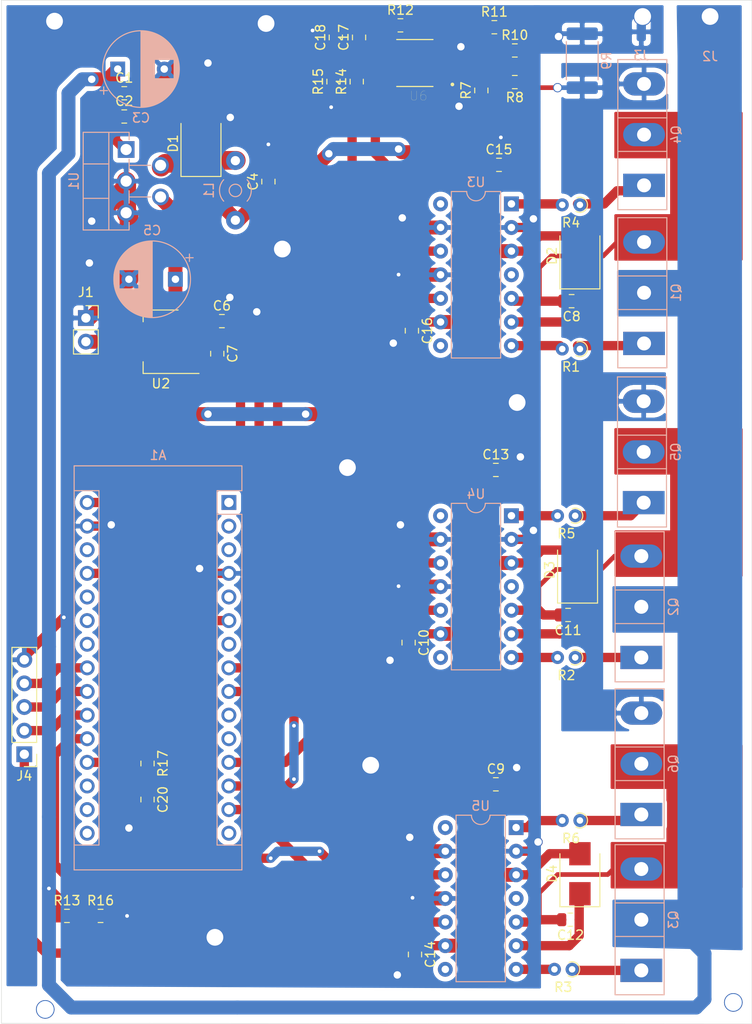
<source format=kicad_pcb>
(kicad_pcb (version 20171130) (host pcbnew "(5.1.6)-1")
  (layers (0 F.Cu signal) (31 B.Cu signal) (34 B.Paste user hide) (35 F.Paste user) (36 B.SilkS user) (37 F.SilkS user hide) (38 B.Mask user) (39 F.Mask user) (44 Edge.Cuts user))
  (net 0 "")
  (net 1 GND)
  (net 2 +36V)
  (net 3 +12V)
  (net 4 +5V)
  (net 5 "Net-(D1-Pad1)")
  (net 6 "Net-(Q1-Pad1)")
  (net 7 "Net-(Q2-Pad1)")
  (net 8 "Net-(Q3-Pad1)")
  (net 9 "Net-(Q4-Pad1)")
  (net 10 "Net-(Q5-Pad1)")
  (net 11 "Net-(Q6-Pad1)")
  (net 12 "Net-(R1-Pad2)")
  (net 13 "Net-(R2-Pad2)")
  (net 14 "Net-(R3-Pad2)")
  (net 15 "Net-(R4-Pad2)")
  (net 16 "Net-(R5-Pad2)")
  (net 17 "Net-(R6-Pad2)")
  (net 18 "Net-(U4-Pad14)")
  (net 19 "Net-(U4-Pad4)")
  (net 20 "Net-(U4-Pad8)")
  (net 21 "Net-(U5-Pad14)")
  (net 22 "Net-(U5-Pad4)")
  (net 23 "Net-(U5-Pad8)")
  (net 24 "Net-(A1-Pad16)")
  (net 25 "Net-(A1-Pad15)")
  (net 26 L3_H)
  (net 27 L2_L)
  (net 28 "Net-(A1-Pad28)")
  (net 29 L2_H)
  (net 30 "Net-(A1-Pad11)")
  (net 31 "Net-(A1-Pad26)")
  (net 32 "Net-(A1-Pad10)")
  (net 33 "Net-(A1-Pad25)")
  (net 34 L1_H)
  (net 35 "Net-(A1-Pad24)")
  (net 36 L1_L)
  (net 37 "Net-(A1-Pad23)")
  (net 38 "Net-(A1-Pad7)")
  (net 39 "Net-(A1-Pad22)")
  (net 40 L3_L)
  (net 41 "Net-(A1-Pad21)")
  (net 42 "Net-(A1-Pad5)")
  (net 43 "Net-(A1-Pad20)")
  (net 44 out2)
  (net 45 "Net-(A1-Pad3)")
  (net 46 "Net-(A1-Pad18)")
  (net 47 "Net-(A1-Pad2)")
  (net 48 "Net-(A1-Pad17)")
  (net 49 "Net-(A1-Pad1)")
  (net 50 "Net-(C8-Pad2)")
  (net 51 "Net-(C8-Pad1)")
  (net 52 "Net-(C11-Pad2)")
  (net 53 "Net-(C11-Pad1)")
  (net 54 "Net-(C12-Pad2)")
  (net 55 "Net-(C12-Pad1)")
  (net 56 IN+2)
  (net 57 "Net-(Q4-Pad3)")
  (net 58 "Net-(R7-Pad2)")
  (net 59 "Net-(R10-Pad1)")
  (net 60 out1)
  (net 61 IN-2)
  (net 62 "Net-(U3-Pad14)")
  (net 63 "Net-(U3-Pad4)")
  (net 64 "Net-(U3-Pad8)")
  (net 65 "Net-(A1-Pad19)")
  (module Connector_PinHeader_2.54mm:PinHeader_1x05_P2.54mm_Vertical (layer F.Cu) (at 19.75 116.07 180)
    (fp_text reference J4 (at 0 -2.33) (layer F.SilkS))
    (fp_text value Conn_01x05_Female)
    (pad 5 thru_hole oval (at 0 10.16 180) (size 1.7 1.7) (drill 1) (layers *.Cu *.Mask) (net 1 GND))
    (pad 4 thru_hole oval (at 0 7.62 180) (size 1.7 1.7) (drill 1) (layers *.Cu *.Mask) (net 37 "Net-(A1-Pad23)"))
    (pad 3 thru_hole oval (at 0 5.08 180) (size 1.7 1.7) (drill 1) (layers *.Cu *.Mask) (net 39 "Net-(A1-Pad22)"))
    (pad 2 thru_hole oval (at 0 2.54 180) (size 1.7 1.7) (drill 1) (layers *.Cu *.Mask) (net 41 "Net-(A1-Pad21)"))
    (pad 1 thru_hole rect (at 0 0 180) (size 1.7 1.7) (drill 1) (layers *.Cu *.Mask) (net 4 +5V))
  )
  (module Resistor_SMD:R_0805_2012Metric (layer F.Cu) (at 33 117.0625 270)
    (fp_text reference R17 (at 0 -1.65 90) (layer F.SilkS))
    (fp_text value 1k)
    (pad 2 smd roundrect (at 0.9375 0 270) (size 0.975 1.4) (layers F.Cu F.Paste F.Mask) (net 65 "Net-(A1-Pad19)"))
    (pad 1 smd roundrect (at -0.9375 0 270) (size 0.975 1.4) (layers F.Cu F.Paste F.Mask) (net 44 out2))
  )
  (module Capacitor_SMD:C_0805_2012Metric (layer F.Cu) (at 33 120.9375 270)
    (fp_text reference C20 (at 0 -1.65 90) (layer F.SilkS))
    (fp_text value 100n)
    (pad 2 smd roundrect (at 0.9375 0 270) (size 0.975 1.4) (layers F.Cu F.Paste F.Mask) (net 1 GND))
    (pad 1 smd roundrect (at -0.9375 0 270) (size 0.975 1.4) (layers F.Cu F.Paste F.Mask) (net 65 "Net-(A1-Pad19)"))
  )
  (module Connector_Wire:SolderWirePad_1x01_SMD_1x2mm (layer B.Cu) (at 86.1 38.4)
    (fp_text reference J3 (at 0 2.54) (layer B.SilkS) (effects (justify mirror)))
    (fp_text value -ve_out)
    (pad 1 smd roundrect (at 0 0) (size 1 2) (layers B.Cu B.Paste B.Mask) (net 1 GND))
  )
  (module Connector_Wire:SolderWirePad_1x01_SMD_1x2mm (layer B.Cu) (at 93.5 38.5)
    (fp_text reference J2 (at 0 2.54) (layer B.SilkS) (effects (justify mirror)))
    (fp_text value +ve_out)
    (pad 1 smd roundrect (at 0 0) (size 1 2) (layers B.Cu B.Paste B.Mask) (net 2 +36V))
  )
  (module Resistor_SMD:R_2512_6332Metric (layer B.Cu) (at 79.75 41.5 90)
    (fp_text reference R9 (at 0 2.62 270) (layer B.SilkS) (effects (justify mirror)))
    (fp_text value R005)
    (pad 2 smd roundrect (at 2.9 0 90) (size 1.35 3.35) (layers B.Cu B.Paste B.Mask) (roundrect_rratio 0.185185) (net 1 GND))
    (pad 1 smd roundrect (at -2.9 0 90) (size 1.35 3.35) (layers B.Cu B.Paste B.Mask) (roundrect_rratio 0.185185) (net 57 "Net-(Q4-Pad3)"))
  )
  (module LM358:SOIC127P599X175-8N (layer F.Cu) (at 61.75 41.75 180)
    (fp_text reference U6 (at -0.385 -3.537) (layer F.SilkS) (effects (font (thickness 0.015))))
    (fp_text value LM358DRG4)
    (pad 1 smd rect (at -2.47 -1.905 180) (size 1.97 0.6) (layers F.Cu F.Paste F.Mask) (net 60 out1))
    (pad 2 smd rect (at -2.47 -0.635 180) (size 1.97 0.6) (layers F.Cu F.Paste F.Mask) (net 59 "Net-(R10-Pad1)"))
    (pad 3 smd rect (at -2.47 0.635 180) (size 1.97 0.6) (layers F.Cu F.Paste F.Mask) (net 58 "Net-(R7-Pad2)"))
    (pad 4 smd rect (at -2.47 1.905 180) (size 1.97 0.6) (layers F.Cu F.Paste F.Mask) (net 1 GND))
    (pad 5 smd rect (at 2.47 1.905 180) (size 1.97 0.6) (layers F.Cu F.Paste F.Mask) (net 56 IN+2))
    (pad 6 smd rect (at 2.47 0.635 180) (size 1.97 0.6) (layers F.Cu F.Paste F.Mask) (net 61 IN-2))
    (pad 7 smd rect (at 2.47 -0.635 180) (size 1.97 0.6) (layers F.Cu F.Paste F.Mask) (net 44 out2))
    (pad 8 smd rect (at 2.47 -1.905 180) (size 1.97 0.6) (layers F.Cu F.Paste F.Mask) (net 4 +5V))
  )
  (module Package_TO_SOT_THT:TO-220F-5_P3.4x3.7mm_StaggerEven_Lead3.5mm_Vertical (layer B.Cu) (at 30.7 51.05 270)
    (fp_text reference U1 (at 3.4 5.62 90) (layer B.SilkS) (effects (justify mirror)))
    (fp_text value LM2575T-12)
    (pad 5 thru_hole oval (at 6.8 0 270) (size 1.8 1.8) (drill 1.2) (layers *.Cu *.Mask) (net 1 GND))
    (pad 4 thru_hole oval (at 5.1 -3.7 270) (size 1.8 1.8) (drill 1.2) (layers *.Cu *.Mask) (net 3 +12V))
    (pad 3 thru_hole oval (at 3.4 0 270) (size 1.8 1.8) (drill 1.2) (layers *.Cu *.Mask) (net 1 GND))
    (pad 2 thru_hole oval (at 1.7 -3.7 270) (size 1.8 1.8) (drill 1.2) (layers *.Cu *.Mask) (net 5 "Net-(D1-Pad1)"))
    (pad 1 thru_hole rect (at 0 0 270) (size 1.8 1.8) (drill 1.2) (layers *.Cu *.Mask) (net 2 +36V))
  )
  (module Resistor_SMD:R_0805_2012Metric (layer F.Cu) (at 27.95 133.45)
    (fp_text reference R16 (at 0 -1.65) (layer F.SilkS))
    (fp_text value 1k)
    (pad 2 smd roundrect (at 0.9375 0) (size 0.975 1.4) (layers F.Cu F.Paste F.Mask) (net 1 GND))
    (pad 1 smd roundrect (at -0.9375 0) (size 0.975 1.4) (layers F.Cu F.Paste F.Mask) (net 43 "Net-(A1-Pad20)"))
  )
  (module Resistor_SMD:R_0805_2012Metric (layer F.Cu) (at 53 43.75 90)
    (fp_text reference R15 (at 0 -1.65 90) (layer F.SilkS))
    (fp_text value 1k)
    (pad 2 smd roundrect (at 0.9375 0 90) (size 0.975 1.4) (layers F.Cu F.Paste F.Mask) (net 61 IN-2))
    (pad 1 smd roundrect (at -0.9375 0 90) (size 0.975 1.4) (layers F.Cu F.Paste F.Mask) (net 1 GND))
  )
  (module Resistor_SMD:R_0805_2012Metric (layer F.Cu) (at 55.5 43.75 90)
    (fp_text reference R14 (at 0 -1.65 90) (layer F.SilkS))
    (fp_text value 10k)
    (pad 2 smd roundrect (at 0.9375 0 90) (size 0.975 1.4) (layers F.Cu F.Paste F.Mask) (net 61 IN-2))
    (pad 1 smd roundrect (at -0.9375 0 90) (size 0.975 1.4) (layers F.Cu F.Paste F.Mask) (net 44 out2))
  )
  (module Resistor_SMD:R_0805_2012Metric (layer F.Cu) (at 24.3375 133.45)
    (fp_text reference R13 (at 0 -1.65) (layer F.SilkS))
    (fp_text value 10K)
    (pad 2 smd roundrect (at 0.9375 0) (size 0.975 1.4) (layers F.Cu F.Paste F.Mask) (net 43 "Net-(A1-Pad20)"))
    (pad 1 smd roundrect (at -0.9375 0) (size 0.975 1.4) (layers F.Cu F.Paste F.Mask) (net 2 +36V))
  )
  (module Resistor_SMD:R_0805_2012Metric (layer F.Cu) (at 60.2 37.7)
    (fp_text reference R12 (at 0 -1.65) (layer F.SilkS))
    (fp_text value 1k)
    (pad 2 smd roundrect (at 0.9375 0) (size 0.975 1.4) (layers F.Cu F.Paste F.Mask) (net 60 out1))
    (pad 1 smd roundrect (at -0.9375 0) (size 0.975 1.4) (layers F.Cu F.Paste F.Mask) (net 56 IN+2))
  )
  (module Resistor_SMD:R_0805_2012Metric (layer F.Cu) (at 70.3 37.9)
    (fp_text reference R11 (at 0 -1.65) (layer F.SilkS))
    (fp_text value 10k)
    (pad 2 smd roundrect (at 0.9375 0) (size 0.975 1.4) (layers F.Cu F.Paste F.Mask) (net 59 "Net-(R10-Pad1)"))
    (pad 1 smd roundrect (at -0.9375 0) (size 0.975 1.4) (layers F.Cu F.Paste F.Mask) (net 60 out1))
  )
  (module Resistor_SMD:R_0805_2012Metric (layer F.Cu) (at 72.5 40.4)
    (fp_text reference R10 (at 0 -1.65) (layer F.SilkS))
    (fp_text value 1k)
    (pad 2 smd roundrect (at 0.9375 0) (size 0.975 1.4) (layers F.Cu F.Paste F.Mask) (net 1 GND))
    (pad 1 smd roundrect (at -0.9375 0) (size 0.975 1.4) (layers F.Cu F.Paste F.Mask) (net 59 "Net-(R10-Pad1)"))
  )
  (module Resistor_SMD:R_0805_2012Metric (layer F.Cu) (at 72.5 43.8 180)
    (fp_text reference R8 (at 0 -1.65) (layer F.SilkS))
    (fp_text value 1k)
    (pad 2 smd roundrect (at 0.9375 0 180) (size 0.975 1.4) (layers F.Cu F.Paste F.Mask) (net 58 "Net-(R7-Pad2)"))
    (pad 1 smd roundrect (at -0.9375 0 180) (size 0.975 1.4) (layers F.Cu F.Paste F.Mask) (net 57 "Net-(Q4-Pad3)"))
  )
  (module Resistor_SMD:R_0805_2012Metric (layer F.Cu) (at 68.9 44.7 90)
    (fp_text reference R7 (at 0 -1.65 90) (layer F.SilkS))
    (fp_text value 10k)
    (pad 2 smd roundrect (at 0.9375 0 90) (size 0.975 1.4) (layers F.Cu F.Paste F.Mask) (net 58 "Net-(R7-Pad2)"))
    (pad 1 smd roundrect (at -0.9375 0 90) (size 0.975 1.4) (layers F.Cu F.Paste F.Mask) (net 1 GND))
  )
  (module Resistor_THT:R_Axial_DIN0204_L3.6mm_D1.6mm_P1.90mm_Vertical (layer F.Cu) (at 79.5 57 180)
    (fp_text reference R4 (at 0.95 -1.92) (layer F.SilkS))
    (fp_text value 5)
    (pad 2 thru_hole oval (at 1.9 0 180) (size 1.4 1.4) (drill 0.7) (layers *.Cu *.Mask) (net 15 "Net-(R4-Pad2)"))
    (pad 1 thru_hole circle (at 0 0 180) (size 1.4 1.4) (drill 0.7) (layers *.Cu *.Mask) (net 9 "Net-(Q4-Pad1)"))
  )
  (module Resistor_THT:R_Axial_DIN0204_L3.6mm_D1.6mm_P1.90mm_Vertical (layer F.Cu) (at 79.5 72.5 180)
    (fp_text reference R1 (at 0.95 -1.92) (layer F.SilkS))
    (fp_text value 5)
    (pad 2 thru_hole oval (at 1.9 0 180) (size 1.4 1.4) (drill 0.7) (layers *.Cu *.Mask) (net 12 "Net-(R1-Pad2)"))
    (pad 1 thru_hole circle (at 0 0 180) (size 1.4 1.4) (drill 0.7) (layers *.Cu *.Mask) (net 6 "Net-(Q1-Pad1)"))
  )
  (module Package_TO_SOT_THT:TO-247-3_Vertical (layer B.Cu) (at 86.4 54.9 90)
    (fp_text reference Q4 (at 5.45 3.45 270) (layer B.SilkS) (effects (justify mirror)))
    (fp_text value IRFP240)
    (pad 3 thru_hole oval (at 10.9 0 90) (size 2.5 4.5) (drill 1.5) (layers *.Cu *.Mask) (net 57 "Net-(Q4-Pad3)"))
    (pad 2 thru_hole oval (at 5.45 0 90) (size 2.5 4.5) (drill 1.5) (layers *.Cu *.Mask) (net 50 "Net-(C8-Pad2)"))
    (pad 1 thru_hole rect (at 0 0 90) (size 2.5 4.5) (drill 1.5) (layers *.Cu *.Mask) (net 9 "Net-(Q4-Pad1)"))
  )
  (module Package_TO_SOT_THT:TO-247-3_Vertical (layer B.Cu) (at 86.4 71.9 90)
    (fp_text reference Q1 (at 5.45 3.45 270) (layer B.SilkS) (effects (justify mirror)))
    (fp_text value IRFP240)
    (pad 3 thru_hole oval (at 10.9 0 90) (size 2.5 4.5) (drill 1.5) (layers *.Cu *.Mask) (net 50 "Net-(C8-Pad2)"))
    (pad 2 thru_hole oval (at 5.45 0 90) (size 2.5 4.5) (drill 1.5) (layers *.Cu *.Mask) (net 2 +36V))
    (pad 1 thru_hole rect (at 0 0 90) (size 2.5 4.5) (drill 1.5) (layers *.Cu *.Mask) (net 6 "Net-(Q1-Pad1)"))
  )
  (module Inductor_THT:L_Toroid_Horizontal_D3.2mm_P6.40mm_Diameter3-5mm_Amidon-T12 (layer B.Cu) (at 42.45 52.25 270)
    (fp_text reference L1 (at 3.2 2.8375 90) (layer B.SilkS) (effects (justify mirror)))
    (fp_text value 47m)
    (pad 2 thru_hole circle (at 6.4 0 270) (size 2 2) (drill 1) (layers *.Cu *.Mask) (net 3 +12V))
    (pad 1 thru_hole circle (at 0 0 270) (size 2 2) (drill 1) (layers *.Cu *.Mask) (net 5 "Net-(D1-Pad1)"))
  )
  (module Diode_SMD:D_SMB (layer F.Cu) (at 38.75 50.4 90)
    (fp_text reference D1 (at 0 -3 90) (layer F.SilkS))
    (fp_text value FR2M)
    (pad 2 smd rect (at 2.15 0 90) (size 2.5 2.3) (layers F.Cu F.Paste F.Mask) (net 1 GND))
    (pad 1 smd rect (at -2.15 0 90) (size 2.5 2.3) (layers F.Cu F.Paste F.Mask) (net 5 "Net-(D1-Pad1)"))
  )
  (module Capacitor_SMD:C_0805_2012Metric (layer F.Cu) (at 53.25 39 90)
    (fp_text reference C18 (at 0 -1.65 90) (layer F.SilkS))
    (fp_text value 220n)
    (pad 2 smd roundrect (at 0.9375 0 90) (size 0.975 1.4) (layers F.Cu F.Paste F.Mask) (net 1 GND))
    (pad 1 smd roundrect (at -0.9375 0 90) (size 0.975 1.4) (layers F.Cu F.Paste F.Mask) (net 56 IN+2))
  )
  (module Capacitor_SMD:C_0805_2012Metric (layer F.Cu) (at 55.75 39 90)
    (fp_text reference C17 (at 0 -1.65 90) (layer F.SilkS))
    (fp_text value 220n)
    (pad 2 smd roundrect (at 0.9375 0 90) (size 0.975 1.4) (layers F.Cu F.Paste F.Mask) (net 1 GND))
    (pad 1 smd roundrect (at -0.9375 0 90) (size 0.975 1.4) (layers F.Cu F.Paste F.Mask) (net 56 IN+2))
  )
  (module Capacitor_SMD:C_0805_2012Metric (layer F.Cu) (at 61.078327 104.065236 270)
    (fp_text reference C10 (at 0 -1.65 90) (layer F.SilkS))
    (fp_text value 100n)
    (pad 2 smd roundrect (at 0.9375 0 270) (size 0.975 1.4) (layers F.Cu F.Paste F.Mask) (net 1 GND))
    (pad 1 smd roundrect (at -0.9375 0 270) (size 0.975 1.4) (layers F.Cu F.Paste F.Mask) (net 4 +5V))
  )
  (module Capacitor_SMD:C_0805_2012Metric (layer F.Cu) (at 40.5 73 270)
    (fp_text reference C7 (at 0 -1.65 90) (layer F.SilkS))
    (fp_text value 10u)
    (pad 2 smd roundrect (at 0.9375 0 270) (size 0.975 1.4) (layers F.Cu F.Paste F.Mask) (net 1 GND))
    (pad 1 smd roundrect (at -0.9375 0 270) (size 0.975 1.4) (layers F.Cu F.Paste F.Mask) (net 4 +5V))
  )
  (module Capacitor_SMD:C_0805_2012Metric (layer F.Cu) (at 41 69.5)
    (fp_text reference C6 (at 0 -1.65) (layer F.SilkS))
    (fp_text value 100n)
    (pad 2 smd roundrect (at 0.9375 0) (size 0.975 1.4) (layers F.Cu F.Paste F.Mask) (net 1 GND))
    (pad 1 smd roundrect (at -0.9375 0) (size 0.975 1.4) (layers F.Cu F.Paste F.Mask) (net 3 +12V))
  )
  (module Capacitor_SMD:C_0805_2012Metric (layer F.Cu) (at 46 54.5 90)
    (fp_text reference C4 (at 0 -1.65 90) (layer F.SilkS))
    (fp_text value 47u)
    (pad 2 smd roundrect (at 0.9375 0 90) (size 0.975 1.4) (layers F.Cu F.Paste F.Mask) (net 1 GND))
    (pad 1 smd roundrect (at -0.9375 0 90) (size 0.975 1.4) (layers F.Cu F.Paste F.Mask) (net 3 +12V))
  )
  (module Capacitor_SMD:C_0805_2012Metric (layer F.Cu) (at 30.5 47.5)
    (fp_text reference C2 (at 0 -1.65) (layer F.SilkS))
    (fp_text value 100n)
    (pad 2 smd roundrect (at 0.9375 0) (size 0.975 1.4) (layers F.Cu F.Paste F.Mask) (net 1 GND))
    (pad 1 smd roundrect (at -0.9375 0) (size 0.975 1.4) (layers F.Cu F.Paste F.Mask) (net 2 +36V))
  )
  (module Capacitor_SMD:C_0805_2012Metric (layer F.Cu) (at 30.5 45)
    (fp_text reference C1 (at 0 -1.65) (layer F.SilkS))
    (fp_text value 640u)
    (pad 2 smd roundrect (at 0.9375 0) (size 0.975 1.4) (layers F.Cu F.Paste F.Mask) (net 1 GND))
    (pad 1 smd roundrect (at -0.9375 0) (size 0.975 1.4) (layers F.Cu F.Paste F.Mask) (net 2 +36V))
  )
  (module Module:Arduino_Nano (layer B.Cu) (at 41.75 89 180)
    (fp_text reference A1 (at 7.62 5.08) (layer B.SilkS) (effects (justify mirror)))
    (fp_text value Arduino_Nano_v3.x)
    (pad 16 thru_hole oval (at 15.24 -35.56 180) (size 1.6 1.6) (drill 1) (layers *.Cu *.Mask) (net 24 "Net-(A1-Pad16)"))
    (pad 15 thru_hole oval (at 0 -35.56 180) (size 1.6 1.6) (drill 1) (layers *.Cu *.Mask) (net 25 "Net-(A1-Pad15)"))
    (pad 30 thru_hole oval (at 15.24 0 180) (size 1.6 1.6) (drill 1) (layers *.Cu *.Mask) (net 4 +5V))
    (pad 14 thru_hole oval (at 0 -33.02 180) (size 1.6 1.6) (drill 1) (layers *.Cu *.Mask) (net 26 L3_H))
    (pad 29 thru_hole oval (at 15.24 -2.54 180) (size 1.6 1.6) (drill 1) (layers *.Cu *.Mask) (net 1 GND))
    (pad 13 thru_hole oval (at 0 -30.48 180) (size 1.6 1.6) (drill 1) (layers *.Cu *.Mask) (net 27 L2_L))
    (pad 28 thru_hole oval (at 15.24 -5.08 180) (size 1.6 1.6) (drill 1) (layers *.Cu *.Mask) (net 28 "Net-(A1-Pad28)"))
    (pad 12 thru_hole oval (at 0 -27.94 180) (size 1.6 1.6) (drill 1) (layers *.Cu *.Mask) (net 29 L2_H))
    (pad 27 thru_hole oval (at 15.24 -7.62 180) (size 1.6 1.6) (drill 1) (layers *.Cu *.Mask) (net 4 +5V))
    (pad 11 thru_hole oval (at 0 -25.4 180) (size 1.6 1.6) (drill 1) (layers *.Cu *.Mask) (net 30 "Net-(A1-Pad11)"))
    (pad 26 thru_hole oval (at 15.24 -10.16 180) (size 1.6 1.6) (drill 1) (layers *.Cu *.Mask) (net 31 "Net-(A1-Pad26)"))
    (pad 10 thru_hole oval (at 0 -22.86 180) (size 1.6 1.6) (drill 1) (layers *.Cu *.Mask) (net 32 "Net-(A1-Pad10)"))
    (pad 25 thru_hole oval (at 15.24 -12.7 180) (size 1.6 1.6) (drill 1) (layers *.Cu *.Mask) (net 33 "Net-(A1-Pad25)"))
    (pad 9 thru_hole oval (at 0 -20.32 180) (size 1.6 1.6) (drill 1) (layers *.Cu *.Mask) (net 34 L1_H))
    (pad 24 thru_hole oval (at 15.24 -15.24 180) (size 1.6 1.6) (drill 1) (layers *.Cu *.Mask) (net 35 "Net-(A1-Pad24)"))
    (pad 8 thru_hole oval (at 0 -17.78 180) (size 1.6 1.6) (drill 1) (layers *.Cu *.Mask) (net 36 L1_L))
    (pad 23 thru_hole oval (at 15.24 -17.78 180) (size 1.6 1.6) (drill 1) (layers *.Cu *.Mask) (net 37 "Net-(A1-Pad23)"))
    (pad 7 thru_hole oval (at 0 -15.24 180) (size 1.6 1.6) (drill 1) (layers *.Cu *.Mask) (net 38 "Net-(A1-Pad7)"))
    (pad 22 thru_hole oval (at 15.24 -20.32 180) (size 1.6 1.6) (drill 1) (layers *.Cu *.Mask) (net 39 "Net-(A1-Pad22)"))
    (pad 6 thru_hole oval (at 0 -12.7 180) (size 1.6 1.6) (drill 1) (layers *.Cu *.Mask) (net 40 L3_L))
    (pad 21 thru_hole oval (at 15.24 -22.86 180) (size 1.6 1.6) (drill 1) (layers *.Cu *.Mask) (net 41 "Net-(A1-Pad21)"))
    (pad 5 thru_hole oval (at 0 -10.16 180) (size 1.6 1.6) (drill 1) (layers *.Cu *.Mask) (net 42 "Net-(A1-Pad5)"))
    (pad 20 thru_hole oval (at 15.24 -25.4 180) (size 1.6 1.6) (drill 1) (layers *.Cu *.Mask) (net 43 "Net-(A1-Pad20)"))
    (pad 4 thru_hole oval (at 0 -7.62 180) (size 1.6 1.6) (drill 1) (layers *.Cu *.Mask) (net 1 GND))
    (pad 19 thru_hole oval (at 15.24 -27.94 180) (size 1.6 1.6) (drill 1) (layers *.Cu *.Mask) (net 65 "Net-(A1-Pad19)"))
    (pad 3 thru_hole oval (at 0 -5.08 180) (size 1.6 1.6) (drill 1) (layers *.Cu *.Mask) (net 45 "Net-(A1-Pad3)"))
    (pad 18 thru_hole oval (at 15.24 -30.48 180) (size 1.6 1.6) (drill 1) (layers *.Cu *.Mask) (net 46 "Net-(A1-Pad18)"))
    (pad 2 thru_hole oval (at 0 -2.54 180) (size 1.6 1.6) (drill 1) (layers *.Cu *.Mask) (net 47 "Net-(A1-Pad2)"))
    (pad 17 thru_hole oval (at 15.24 -33.02 180) (size 1.6 1.6) (drill 1) (layers *.Cu *.Mask) (net 48 "Net-(A1-Pad17)"))
    (pad 1 thru_hole rect (at 0 0 180) (size 1.6 1.6) (drill 1) (layers *.Cu *.Mask) (net 49 "Net-(A1-Pad1)"))
  )
  (module Package_DIP:DIP-14_W7.62mm (layer B.Cu) (at 72.644 123.952 180)
    (fp_text reference U5 (at 3.81 2.33) (layer B.SilkS) (effects (justify mirror)))
    (fp_text value IR2110)
    (pad 14 thru_hole oval (at 7.62 0 180) (size 1.6 1.6) (drill 0.8) (layers *.Cu *.Mask) (net 21 "Net-(U5-Pad14)"))
    (pad 7 thru_hole oval (at 0 -15.24 180) (size 1.6 1.6) (drill 0.8) (layers *.Cu *.Mask) (net 14 "Net-(R3-Pad2)"))
    (pad 13 thru_hole oval (at 7.62 -2.54 180) (size 1.6 1.6) (drill 0.8) (layers *.Cu *.Mask) (net 1 GND))
    (pad 6 thru_hole oval (at 0 -12.7 180) (size 1.6 1.6) (drill 0.8) (layers *.Cu *.Mask) (net 55 "Net-(C12-Pad1)"))
    (pad 12 thru_hole oval (at 7.62 -5.08 180) (size 1.6 1.6) (drill 0.8) (layers *.Cu *.Mask) (net 40 L3_L))
    (pad 5 thru_hole oval (at 0 -10.16 180) (size 1.6 1.6) (drill 0.8) (layers *.Cu *.Mask) (net 54 "Net-(C12-Pad2)"))
    (pad 11 thru_hole oval (at 7.62 -7.62 180) (size 1.6 1.6) (drill 0.8) (layers *.Cu *.Mask) (net 1 GND))
    (pad 4 thru_hole oval (at 0 -7.62 180) (size 1.6 1.6) (drill 0.8) (layers *.Cu *.Mask) (net 22 "Net-(U5-Pad4)"))
    (pad 10 thru_hole oval (at 7.62 -10.16 180) (size 1.6 1.6) (drill 0.8) (layers *.Cu *.Mask) (net 26 L3_H))
    (pad 3 thru_hole oval (at 0 -5.08 180) (size 1.6 1.6) (drill 0.8) (layers *.Cu *.Mask) (net 3 +12V))
    (pad 9 thru_hole oval (at 7.62 -12.7 180) (size 1.6 1.6) (drill 0.8) (layers *.Cu *.Mask) (net 4 +5V))
    (pad 2 thru_hole oval (at 0 -2.54 180) (size 1.6 1.6) (drill 0.8) (layers *.Cu *.Mask) (net 1 GND))
    (pad 8 thru_hole oval (at 7.62 -15.24 180) (size 1.6 1.6) (drill 0.8) (layers *.Cu *.Mask) (net 23 "Net-(U5-Pad8)"))
    (pad 1 thru_hole rect (at 0 0 180) (size 1.6 1.6) (drill 0.8) (layers *.Cu *.Mask) (net 17 "Net-(R6-Pad2)"))
  )
  (module Capacitor_THT:CP_Radial_D8.0mm_P5.00mm (layer B.Cu) (at 36 65 180)
    (fp_text reference C5 (at 2.5 5.25 180) (layer B.SilkS) (effects (justify mirror)))
    (fp_text value CP)
    (pad 2 thru_hole circle (at 5 0 180) (size 1.6 1.6) (drill 0.8) (layers *.Cu *.Mask) (net 1 GND))
    (pad 1 thru_hole rect (at 0 0 180) (size 1.6 1.6) (drill 0.8) (layers *.Cu *.Mask) (net 3 +12V))
  )
  (module Capacitor_THT:CP_Radial_D8.0mm_P5.00mm (layer B.Cu) (at 29.8 42.4)
    (fp_text reference C3 (at 2.5 5.25 180) (layer B.SilkS) (effects (justify mirror)))
    (fp_text value CP)
    (pad 2 thru_hole circle (at 5 0) (size 1.6 1.6) (drill 0.8) (layers *.Cu *.Mask) (net 1 GND))
    (pad 1 thru_hole rect (at 0 0) (size 1.6 1.6) (drill 0.8) (layers *.Cu *.Mask) (net 2 +36V))
  )
  (module Resistor_THT:R_Axial_DIN0204_L3.6mm_D1.6mm_P1.90mm_Vertical (layer F.Cu) (at 79.502 123.19 180)
    (fp_text reference R6 (at 0.95 -1.92) (layer F.SilkS))
    (fp_text value 5)
    (pad 2 thru_hole oval (at 1.9 0 180) (size 1.4 1.4) (drill 0.7) (layers *.Cu *.Mask) (net 17 "Net-(R6-Pad2)"))
    (pad 1 thru_hole circle (at 0 0 180) (size 1.4 1.4) (drill 0.7) (layers *.Cu *.Mask) (net 11 "Net-(Q6-Pad1)"))
  )
  (module Resistor_THT:R_Axial_DIN0204_L3.6mm_D1.6mm_P1.90mm_Vertical (layer F.Cu) (at 78.6615 139.192 180)
    (fp_text reference R3 (at 0.95 -1.92) (layer F.SilkS))
    (fp_text value 5)
    (pad 2 thru_hole oval (at 1.9 0 180) (size 1.4 1.4) (drill 0.7) (layers *.Cu *.Mask) (net 14 "Net-(R3-Pad2)"))
    (pad 1 thru_hole circle (at 0 0 180) (size 1.4 1.4) (drill 0.7) (layers *.Cu *.Mask) (net 8 "Net-(Q3-Pad1)"))
  )
  (module Resistor_THT:R_Axial_DIN0204_L3.6mm_D1.6mm_P1.90mm_Vertical (layer F.Cu) (at 78.994 90.424 180)
    (fp_text reference R5 (at 0.95 -1.92) (layer F.SilkS))
    (fp_text value 5)
    (pad 2 thru_hole oval (at 1.9 0 180) (size 1.4 1.4) (drill 0.7) (layers *.Cu *.Mask) (net 16 "Net-(R5-Pad2)"))
    (pad 1 thru_hole circle (at 0 0 180) (size 1.4 1.4) (drill 0.7) (layers *.Cu *.Mask) (net 10 "Net-(Q5-Pad1)"))
  )
  (module Resistor_THT:R_Axial_DIN0204_L3.6mm_D1.6mm_P1.90mm_Vertical (layer F.Cu) (at 78.994 105.664 180)
    (fp_text reference R2 (at 0.95 -1.92) (layer F.SilkS))
    (fp_text value 5)
    (pad 2 thru_hole oval (at 1.9 0 180) (size 1.4 1.4) (drill 0.7) (layers *.Cu *.Mask) (net 13 "Net-(R2-Pad2)"))
    (pad 1 thru_hole circle (at 0 0 180) (size 1.4 1.4) (drill 0.7) (layers *.Cu *.Mask) (net 7 "Net-(Q2-Pad1)"))
  )
  (module Capacitor_SMD:C_0805_2012Metric (layer F.Cu) (at 61.432828 70.531078 270)
    (fp_text reference C16 (at 0 -1.65 90) (layer F.SilkS))
    (fp_text value 100n)
    (pad 2 smd roundrect (at 0.9375 0 270) (size 0.975 1.4) (layers F.Cu F.Paste F.Mask) (net 1 GND))
    (pad 1 smd roundrect (at -0.9375 0 270) (size 0.975 1.4) (layers F.Cu F.Paste F.Mask) (net 4 +5V))
  )
  (module Capacitor_SMD:C_0805_2012Metric (layer F.Cu) (at 61.765166 137.595217 270)
    (fp_text reference C14 (at 0 -1.65 90) (layer F.SilkS))
    (fp_text value 100n)
    (pad 2 smd roundrect (at 0.9375 0 270) (size 0.975 1.4) (layers F.Cu F.Paste F.Mask) (net 1 GND))
    (pad 1 smd roundrect (at -0.9375 0 270) (size 0.975 1.4) (layers F.Cu F.Paste F.Mask) (net 4 +5V))
  )
  (module Connector_PinSocket_2.54mm:PinSocket_1x02_P2.54mm_Vertical (layer F.Cu) (at 26.371053 69.166489)
    (fp_text reference J1 (at 0 -2.77) (layer F.SilkS))
    (fp_text value 5V)
    (pad 2 thru_hole oval (at 0 2.54) (size 1.7 1.7) (drill 1) (layers *.Cu *.Mask) (net 4 +5V))
    (pad 1 thru_hole rect (at 0 0) (size 1.7 1.7) (drill 1) (layers *.Cu *.Mask) (net 1 GND))
  )
  (module Capacitor_SMD:C_0805_2012Metric (layer F.Cu) (at 70.8 52.7)
    (fp_text reference C15 (at 0 -1.65) (layer F.SilkS))
    (fp_text value 100n)
    (pad 2 smd roundrect (at 0.9375 0) (size 0.975 1.4) (layers F.Cu F.Paste F.Mask) (net 1 GND))
    (pad 1 smd roundrect (at -0.9375 0) (size 0.975 1.4) (layers F.Cu F.Paste F.Mask) (net 3 +12V))
  )
  (module Capacitor_SMD:C_0805_2012Metric (layer F.Cu) (at 70.4625 85.5)
    (fp_text reference C13 (at 0 -1.65) (layer F.SilkS))
    (fp_text value 100n)
    (pad 2 smd roundrect (at 0.9375 0) (size 0.975 1.4) (layers F.Cu F.Paste F.Mask) (net 1 GND))
    (pad 1 smd roundrect (at -0.9375 0) (size 0.975 1.4) (layers F.Cu F.Paste F.Mask) (net 3 +12V))
  )
  (module Capacitor_SMD:C_0805_2012Metric (layer F.Cu) (at 70.4625 119.3)
    (fp_text reference C9 (at 0 -1.65) (layer F.SilkS))
    (fp_text value 100n)
    (pad 2 smd roundrect (at 0.9375 0) (size 0.975 1.4) (layers F.Cu F.Paste F.Mask) (net 1 GND))
    (pad 1 smd roundrect (at -0.9375 0) (size 0.975 1.4) (layers F.Cu F.Paste F.Mask) (net 3 +12V))
  )
  (module Package_DIP:DIP-14_W7.62mm (layer B.Cu) (at 72.136 90.424 180)
    (fp_text reference U4 (at 3.81 2.33) (layer B.SilkS) (effects (justify mirror)))
    (fp_text value IR2110)
    (pad 14 thru_hole oval (at 7.62 0 180) (size 1.6 1.6) (drill 0.8) (layers *.Cu *.Mask) (net 18 "Net-(U4-Pad14)"))
    (pad 7 thru_hole oval (at 0 -15.24 180) (size 1.6 1.6) (drill 0.8) (layers *.Cu *.Mask) (net 13 "Net-(R2-Pad2)"))
    (pad 13 thru_hole oval (at 7.62 -2.54 180) (size 1.6 1.6) (drill 0.8) (layers *.Cu *.Mask) (net 1 GND))
    (pad 6 thru_hole oval (at 0 -12.7 180) (size 1.6 1.6) (drill 0.8) (layers *.Cu *.Mask) (net 53 "Net-(C11-Pad1)"))
    (pad 12 thru_hole oval (at 7.62 -5.08 180) (size 1.6 1.6) (drill 0.8) (layers *.Cu *.Mask) (net 27 L2_L))
    (pad 5 thru_hole oval (at 0 -10.16 180) (size 1.6 1.6) (drill 0.8) (layers *.Cu *.Mask) (net 52 "Net-(C11-Pad2)"))
    (pad 11 thru_hole oval (at 7.62 -7.62 180) (size 1.6 1.6) (drill 0.8) (layers *.Cu *.Mask) (net 1 GND))
    (pad 4 thru_hole oval (at 0 -7.62 180) (size 1.6 1.6) (drill 0.8) (layers *.Cu *.Mask) (net 19 "Net-(U4-Pad4)"))
    (pad 10 thru_hole oval (at 7.62 -10.16 180) (size 1.6 1.6) (drill 0.8) (layers *.Cu *.Mask) (net 29 L2_H))
    (pad 3 thru_hole oval (at 0 -5.08 180) (size 1.6 1.6) (drill 0.8) (layers *.Cu *.Mask) (net 3 +12V))
    (pad 9 thru_hole oval (at 7.62 -12.7 180) (size 1.6 1.6) (drill 0.8) (layers *.Cu *.Mask) (net 4 +5V))
    (pad 2 thru_hole oval (at 0 -2.54 180) (size 1.6 1.6) (drill 0.8) (layers *.Cu *.Mask) (net 1 GND))
    (pad 8 thru_hole oval (at 7.62 -15.24 180) (size 1.6 1.6) (drill 0.8) (layers *.Cu *.Mask) (net 20 "Net-(U4-Pad8)"))
    (pad 1 thru_hole rect (at 0 0 180) (size 1.6 1.6) (drill 0.8) (layers *.Cu *.Mask) (net 16 "Net-(R5-Pad2)"))
  )
  (module Package_TO_SOT_THT:TO-247-3_Vertical (layer B.Cu) (at 86.106 122.544 90)
    (fp_text reference Q6 (at 5.45 3.45 270) (layer B.SilkS) (effects (justify mirror)))
    (fp_text value IRFP240)
    (pad 3 thru_hole oval (at 10.9 0 90) (size 2.5 4.5) (drill 1.5) (layers *.Cu *.Mask) (net 57 "Net-(Q4-Pad3)"))
    (pad 2 thru_hole oval (at 5.45 0 90) (size 2.5 4.5) (drill 1.5) (layers *.Cu *.Mask) (net 54 "Net-(C12-Pad2)"))
    (pad 1 thru_hole rect (at 0 0 90) (size 2.5 4.5) (drill 1.5) (layers *.Cu *.Mask) (net 11 "Net-(Q6-Pad1)"))
  )
  (module Package_TO_SOT_THT:TO-247-3_Vertical (layer B.Cu) (at 86.106 139.308 90)
    (fp_text reference Q3 (at 5.45 3.45 270) (layer B.SilkS) (effects (justify mirror)))
    (fp_text value IRFP240)
    (pad 3 thru_hole oval (at 10.9 0 90) (size 2.5 4.5) (drill 1.5) (layers *.Cu *.Mask) (net 54 "Net-(C12-Pad2)"))
    (pad 2 thru_hole oval (at 5.45 0 90) (size 2.5 4.5) (drill 1.5) (layers *.Cu *.Mask) (net 2 +36V))
    (pad 1 thru_hole rect (at 0 0 90) (size 2.5 4.5) (drill 1.5) (layers *.Cu *.Mask) (net 8 "Net-(Q3-Pad1)"))
  )
  (module Package_TO_SOT_THT:TO-247-3_Vertical (layer B.Cu) (at 86.36 89.016 90)
    (fp_text reference Q5 (at 5.45 3.45 270) (layer B.SilkS) (effects (justify mirror)))
    (fp_text value IRFP240)
    (pad 3 thru_hole oval (at 10.9 0 90) (size 2.5 4.5) (drill 1.5) (layers *.Cu *.Mask) (net 57 "Net-(Q4-Pad3)"))
    (pad 2 thru_hole oval (at 5.45 0 90) (size 2.5 4.5) (drill 1.5) (layers *.Cu *.Mask) (net 52 "Net-(C11-Pad2)"))
    (pad 1 thru_hole rect (at 0 0 90) (size 2.5 4.5) (drill 1.5) (layers *.Cu *.Mask) (net 10 "Net-(Q5-Pad1)"))
  )
  (module Package_TO_SOT_THT:TO-247-3_Vertical (layer B.Cu) (at 86.106 105.664 90)
    (fp_text reference Q2 (at 5.45 3.45 270) (layer B.SilkS) (effects (justify mirror)))
    (fp_text value IRFP240)
    (pad 1 thru_hole rect (at 0 0 90) (size 2.5 4.5) (drill 1.5) (layers *.Cu *.Mask) (net 7 "Net-(Q2-Pad1)"))
    (pad 2 thru_hole oval (at 5.45 0 90) (size 2.5 4.5) (drill 1.5) (layers *.Cu *.Mask) (net 2 +36V))
    (pad 3 thru_hole oval (at 10.9 0 90) (size 2.5 4.5) (drill 1.5) (layers *.Cu *.Mask) (net 52 "Net-(C11-Pad2)"))
  )
  (module Diode_SMD:D_SMB (layer F.Cu) (at 79.502 128.914 90)
    (fp_text reference D4 (at 0 -3 90) (layer F.SilkS))
    (fp_text value sch)
    (pad 2 smd rect (at 2.15 0 90) (size 2.5 2.3) (layers F.Cu F.Paste F.Mask) (net 3 +12V))
    (pad 1 smd rect (at -2.15 0 90) (size 2.5 2.3) (layers F.Cu F.Paste F.Mask) (net 55 "Net-(C12-Pad1)"))
  )
  (module Diode_SMD:D_SMB (layer F.Cu) (at 79.248 96.266 90)
    (fp_text reference D3 (at 0 -3 90) (layer F.SilkS))
    (fp_text value sch)
    (pad 2 smd rect (at 2.15 0 90) (size 2.5 2.3) (layers F.Cu F.Paste F.Mask) (net 3 +12V))
    (pad 1 smd rect (at -2.15 0 90) (size 2.5 2.3) (layers F.Cu F.Paste F.Mask) (net 53 "Net-(C11-Pad1)"))
  )
  (module Capacitor_SMD:C_0805_2012Metric (layer F.Cu) (at 78.486 133.858 180)
    (fp_text reference C12 (at 0 -1.65) (layer F.SilkS))
    (fp_text value 47u)
    (pad 2 smd roundrect (at 0.9375 0 180) (size 0.975 1.4) (layers F.Cu F.Paste F.Mask) (net 54 "Net-(C12-Pad2)"))
    (pad 1 smd roundrect (at -0.9375 0 180) (size 0.975 1.4) (layers F.Cu F.Paste F.Mask) (net 55 "Net-(C12-Pad1)"))
  )
  (module Capacitor_SMD:C_0805_2012Metric (layer F.Cu) (at 78.232 101.092 180)
    (fp_text reference C11 (at 0 -1.65) (layer F.SilkS))
    (fp_text value 47u)
    (pad 2 smd roundrect (at 0.9375 0 180) (size 0.975 1.4) (layers F.Cu F.Paste F.Mask) (net 52 "Net-(C11-Pad2)"))
    (pad 1 smd roundrect (at -0.9375 0 180) (size 0.975 1.4) (layers F.Cu F.Paste F.Mask) (net 53 "Net-(C11-Pad1)"))
  )
  (module Package_TO_SOT_SMD:SOT-223-3_TabPin2 (layer F.Cu) (at 34.438 71.718 180)
    (fp_text reference U2 (at 0 -4.5) (layer F.SilkS))
    (fp_text value AMS1117-5.0)
    (pad 1 smd rect (at -3.15 -2.3 180) (size 2 1.5) (layers F.Cu F.Paste F.Mask) (net 1 GND))
    (pad 3 smd rect (at -3.15 2.3 180) (size 2 1.5) (layers F.Cu F.Paste F.Mask) (net 3 +12V))
    (pad 2 smd rect (at -3.15 0 180) (size 2 1.5) (layers F.Cu F.Paste F.Mask) (net 4 +5V))
    (pad 2 smd rect (at 3.15 0 180) (size 2 3.8) (layers F.Cu F.Paste F.Mask) (net 4 +5V))
  )
  (module Package_DIP:DIP-14_W7.62mm (layer B.Cu) (at 72.136 56.896 180)
    (fp_text reference U3 (at 3.81 2.33) (layer B.SilkS) (effects (justify mirror)))
    (fp_text value IR2110)
    (pad 14 thru_hole oval (at 7.62 0 180) (size 1.6 1.6) (drill 0.8) (layers *.Cu *.Mask) (net 62 "Net-(U3-Pad14)"))
    (pad 7 thru_hole oval (at 0 -15.24 180) (size 1.6 1.6) (drill 0.8) (layers *.Cu *.Mask) (net 12 "Net-(R1-Pad2)"))
    (pad 13 thru_hole oval (at 7.62 -2.54 180) (size 1.6 1.6) (drill 0.8) (layers *.Cu *.Mask) (net 1 GND))
    (pad 6 thru_hole oval (at 0 -12.7 180) (size 1.6 1.6) (drill 0.8) (layers *.Cu *.Mask) (net 51 "Net-(C8-Pad1)"))
    (pad 12 thru_hole oval (at 7.62 -5.08 180) (size 1.6 1.6) (drill 0.8) (layers *.Cu *.Mask) (net 36 L1_L))
    (pad 5 thru_hole oval (at 0 -10.16 180) (size 1.6 1.6) (drill 0.8) (layers *.Cu *.Mask) (net 50 "Net-(C8-Pad2)"))
    (pad 11 thru_hole oval (at 7.62 -7.62 180) (size 1.6 1.6) (drill 0.8) (layers *.Cu *.Mask) (net 1 GND))
    (pad 4 thru_hole oval (at 0 -7.62 180) (size 1.6 1.6) (drill 0.8) (layers *.Cu *.Mask) (net 63 "Net-(U3-Pad4)"))
    (pad 10 thru_hole oval (at 7.62 -10.16 180) (size 1.6 1.6) (drill 0.8) (layers *.Cu *.Mask) (net 34 L1_H))
    (pad 3 thru_hole oval (at 0 -5.08 180) (size 1.6 1.6) (drill 0.8) (layers *.Cu *.Mask) (net 3 +12V))
    (pad 9 thru_hole oval (at 7.62 -12.7 180) (size 1.6 1.6) (drill 0.8) (layers *.Cu *.Mask) (net 4 +5V))
    (pad 2 thru_hole oval (at 0 -2.54 180) (size 1.6 1.6) (drill 0.8) (layers *.Cu *.Mask) (net 1 GND))
    (pad 8 thru_hole oval (at 7.62 -15.24 180) (size 1.6 1.6) (drill 0.8) (layers *.Cu *.Mask) (net 64 "Net-(U3-Pad8)"))
    (pad 1 thru_hole rect (at 0 0 180) (size 1.6 1.6) (drill 0.8) (layers *.Cu *.Mask) (net 15 "Net-(R4-Pad2)"))
  )
  (module Diode_SMD:D_SMB (layer F.Cu) (at 79.502 62.484 90)
    (fp_text reference D2 (at 0 -3 90) (layer F.SilkS))
    (fp_text value sch)
    (pad 2 smd rect (at 2.15 0 90) (size 2.5 2.3) (layers F.Cu F.Paste F.Mask) (net 3 +12V))
    (pad 1 smd rect (at -2.15 0 90) (size 2.5 2.3) (layers F.Cu F.Paste F.Mask) (net 51 "Net-(C8-Pad1)"))
  )
  (module Capacitor_SMD:C_0805_2012Metric (layer F.Cu) (at 78.609346 67.354557 180)
    (fp_text reference C8 (at 0 -1.65) (layer F.SilkS))
    (fp_text value 47u)
    (pad 2 smd roundrect (at 0.9375 0 180) (size 0.975 1.4) (layers F.Cu F.Paste F.Mask) (net 50 "Net-(C8-Pad2)"))
    (pad 1 smd roundrect (at -0.9375 0 180) (size 0.975 1.4) (layers F.Cu F.Paste F.Mask) (net 51 "Net-(C8-Pad1)"))
  )
  (gr_line (start 17.3 35) (end 98 35) (layer Edge.Cuts) (width 0.05))
  (gr_line (start 17.3 145) (end 17.3 35) (layer Edge.Cuts) (width 0.05))
  (gr_line (start 98 145.05) (end 17.3 145) (layer Edge.Cuts) (width 0.05))
  (gr_line (start 98 35) (end 98 145.05) (layer Edge.Cuts) (width 0.05))
  (via (at 96 142.75) (size 2) (drill 1.8) (layers F.Cu B.Cu) (net 0))
  (via (at 22 143.5) (size 2) (drill 1.8) (layers F.Cu B.Cu) (net 0))
  (segment (start 38.74 48.235731) (end 41.264269 48.235731) (width 1) (layer F.Cu) (net 1))
  (segment (start 41.264269 48.235731) (end 41.9 47.6) (width 1) (layer F.Cu) (net 1))
  (segment (start 72.136 92.964) (end 73.536 92.964) (width 1) (layer F.Cu) (net 1))
  (segment (start 73.536 92.964) (end 74.5 92) (width 1) (layer F.Cu) (net 1))
  (segment (start 72.644 126.492) (end 74.008 126.492) (width 1) (layer F.Cu) (net 1))
  (segment (start 74.008 126.492) (end 75 125.5) (width 1) (layer F.Cu) (net 1))
  (segment (start 72.136 59.436) (end 73.564 59.436) (width 1) (layer F.Cu) (net 1))
  (segment (start 73.564 59.436) (end 74.5 58.5) (width 1) (layer F.Cu) (net 1))
  (segment (start 41.9795 69.432) (end 41.9795 67.0795) (width 1.5) (layer F.Cu) (net 1))
  (segment (start 41.9795 67.0795) (end 41.85 66.95) (width 1.5) (layer F.Cu) (net 1))
  (segment (start 71.4 85.5) (end 71.7 85.5) (width 1.5) (layer F.Cu) (net 1))
  (segment (start 71.7 85.5) (end 73.1 84.1) (width 1.5) (layer F.Cu) (net 1))
  (segment (start 71.4 119.3) (end 71.4 118.8) (width 1.5) (layer F.Cu) (net 1))
  (segment (start 71.4 118.8) (end 72.7 117.5) (width 1.5) (layer F.Cu) (net 1))
  (segment (start 39.9335 74.018) (end 40.28 73.6715) (width 1.5) (layer F.Cu) (net 1))
  (segment (start 37.588 74.018) (end 39.9335 74.018) (width 1.5) (layer F.Cu) (net 1))
  (segment (start 61.765166 138.532717) (end 61.127666 138.532717) (width 1.5) (layer F.Cu) (net 1))
  (segment (start 61.127666 138.532717) (end 59.865166 139.795217) (width 1.5) (layer F.Cu) (net 1))
  (segment (start 61.578327 105.040236) (end 60.003327 105.040236) (width 1.5) (layer F.Cu) (net 1))
  (segment (start 60.003327 105.040236) (end 59.078327 105.965236) (width 1.5) (layer F.Cu) (net 1))
  (segment (start 30.768 54.646) (end 30.768 58.046) (width 2) (layer F.Cu) (net 1))
  (segment (start 64.516 59.436) (end 61.436 59.436) (width 1.5) (layer F.Cu) (net 1))
  (segment (start 61.436 59.436) (end 60.4 58.4) (width 1.5) (layer F.Cu) (net 1))
  (segment (start 64.516 92.964) (end 61.764 92.964) (width 1.5) (layer F.Cu) (net 1))
  (segment (start 61.764 92.964) (end 60.2 91.4) (width 1.5) (layer F.Cu) (net 1))
  (segment (start 65.024 126.492) (end 62.692 126.492) (width 1.5) (layer F.Cu) (net 1))
  (segment (start 62.692 126.492) (end 61.2 125) (width 1.5) (layer F.Cu) (net 1))
  (segment (start 31 58.278) (end 30.768 58.046) (width 2) (layer F.Cu) (net 1))
  (segment (start 40.28 73.6715) (end 41.9285 73.6715) (width 1.5) (layer F.Cu) (net 1))
  (segment (start 42.465027 69.917527) (end 41.9795 69.432) (width 1.5) (layer F.Cu) (net 1))
  (segment (start 41.9285 73.6715) (end 42.465027 73.134973) (width 1.5) (layer F.Cu) (net 1))
  (segment (start 61.2 125) (end 61.2 125) (width 1.5) (layer F.Cu) (net 1))
  (via (at 61.2 125) (size 1) (drill 0.8) (layers F.Cu B.Cu) (net 1))
  (via (at 72.7 117.5) (size 1) (drill 0.8) (layers F.Cu B.Cu) (net 1))
  (segment (start 75 125.5) (end 75 125.5) (width 1) (layer F.Cu) (net 1))
  (via (at 75 125.5) (size 1) (drill 0.8) (layers F.Cu B.Cu) (net 1))
  (segment (start 59.865166 139.795217) (end 59.865166 139.795217) (width 1.5) (layer F.Cu) (net 1))
  (via (at 59.865166 139.795217) (size 1) (drill 0.8) (layers F.Cu B.Cu) (net 1))
  (segment (start 74.5 92) (end 74.5 92) (width 1) (layer F.Cu) (net 1))
  (via (at 74.5 92) (size 1) (drill 0.8) (layers F.Cu B.Cu) (net 1))
  (segment (start 59.078327 105.965236) (end 59.078327 105.965236) (width 1.5) (layer F.Cu) (net 1))
  (via (at 59.078327 105.965236) (size 1) (drill 0.8) (layers F.Cu B.Cu) (net 1))
  (segment (start 60.2 91.4) (end 60.2 91.4) (width 1.5) (layer F.Cu) (net 1))
  (via (at 60.2 91.4) (size 1) (drill 0.8) (layers F.Cu B.Cu) (net 1))
  (segment (start 73.1 84.1) (end 73.1 84.1) (width 1.5) (layer F.Cu) (net 1))
  (via (at 73.1 84.1) (size 1) (drill 0.8) (layers F.Cu B.Cu) (net 1))
  (segment (start 74.5 58.5) (end 74.5 58.5) (width 1) (layer F.Cu) (net 1))
  (via (at 74.5 58.5) (size 1) (drill 0.8) (layers F.Cu B.Cu) (net 1))
  (segment (start 60.4 58.4) (end 60.4 58.4) (width 1.5) (layer F.Cu) (net 1))
  (via (at 60.4 58.4) (size 1) (drill 0.8) (layers F.Cu B.Cu) (net 1))
  (segment (start 41.9 47.6) (end 41.9 47.6) (width 1) (layer F.Cu) (net 1))
  (via (at 41.9 47.6) (size 1) (drill 0.8) (layers F.Cu B.Cu) (net 1))
  (segment (start 41.85 66.95) (end 41.8 66.9) (width 1.5) (layer F.Cu) (net 1))
  (via (at 41.85 66.95) (size 1) (drill 0.8) (layers F.Cu B.Cu) (net 1))
  (via (at 46 50.5) (size 0.8) (drill 0.4) (layers F.Cu B.Cu) (net 1))
  (segment (start 46 53.5625) (end 46 50.5) (width 1.5) (layer F.Cu) (net 1))
  (via (at 59.432828 71.868578) (size 1) (drill 0.8) (layers F.Cu B.Cu) (net 1))
  (segment (start 59.432828 71.868578) (end 59.432828 71.868578) (width 1.5) (layer F.Cu) (net 1))
  (segment (start 59.832828 71.468578) (end 59.432828 71.868578) (width 1.5) (layer F.Cu) (net 1))
  (segment (start 61.432828 71.468578) (end 59.832828 71.468578) (width 1.5) (layer F.Cu) (net 1))
  (via (at 61.5 131.5) (size 0.8) (drill 0.4) (layers F.Cu B.Cu) (net 1))
  (segment (start 65.024 131.572) (end 61.572 131.572) (width 1.5) (layer F.Cu) (net 1))
  (segment (start 61.572 131.572) (end 61.5 131.5) (width 1.5) (layer F.Cu) (net 1))
  (via (at 60 98) (size 0.8) (drill 0.4) (layers F.Cu B.Cu) (net 1))
  (segment (start 64.516 98.044) (end 60.044 98.044) (width 1.5) (layer F.Cu) (net 1))
  (segment (start 60.044 98.044) (end 60 98) (width 1.5) (layer F.Cu) (net 1))
  (via (at 60 64.5) (size 0.8) (drill 0.4) (layers F.Cu B.Cu) (net 1))
  (segment (start 64.516 64.516) (end 60.016 64.516) (width 1.5) (layer F.Cu) (net 1))
  (segment (start 60.016 64.516) (end 60 64.5) (width 1.5) (layer F.Cu) (net 1))
  (segment (start 42.465027 73.134973) (end 42.465027 69.917527) (width 1.5) (layer F.Cu) (net 1))
  (segment (start 34.8 44.3) (end 38.75 48.25) (width 1.5) (layer F.Cu) (net 1))
  (segment (start 34.8 42.4) (end 34.8 44.3) (width 1.5) (layer F.Cu) (net 1))
  (segment (start 53.25 38.0625) (end 55.75 38.0625) (width 0.5) (layer F.Cu) (net 1))
  (via (at 50.75 38.25) (size 0.8) (drill 0.4) (layers F.Cu B.Cu) (net 1))
  (segment (start 53.25 38.0625) (end 50.9375 38.0625) (width 0.5) (layer F.Cu) (net 1))
  (segment (start 50.9375 38.0625) (end 50.75 38.25) (width 0.5) (layer F.Cu) (net 1))
  (via (at 52.75 46.5) (size 0.8) (drill 0.4) (layers F.Cu B.Cu) (net 1))
  (segment (start 53 44.6875) (end 53 46.25) (width 0.5) (layer F.Cu) (net 1))
  (segment (start 53 46.25) (end 52.75 46.5) (width 0.5) (layer F.Cu) (net 1))
  (via (at 77.2 38.9) (size 1) (drill 0.8) (layers F.Cu B.Cu) (net 1))
  (segment (start 79.75 38.6) (end 77.5 38.6) (width 0.5) (layer B.Cu) (net 1))
  (segment (start 77.5 38.6) (end 77.2 38.9) (width 0.5) (layer B.Cu) (net 1))
  (segment (start 77.2 38.9) (end 76.4 38.9) (width 0.5) (layer F.Cu) (net 1))
  (segment (start 74.9 40.4) (end 73.4375 40.4) (width 0.5) (layer F.Cu) (net 1))
  (segment (start 76.4 38.9) (end 74.9 40.4) (width 0.5) (layer F.Cu) (net 1))
  (via (at 66.7 40) (size 1) (drill 0.8) (layers F.Cu B.Cu) (net 1))
  (segment (start 64.22 39.845) (end 66.545 39.845) (width 0.5) (layer F.Cu) (net 1))
  (segment (start 66.545 39.845) (end 66.7 40) (width 0.5) (layer F.Cu) (net 1))
  (via (at 66.5 46.4) (size 1) (drill 0.8) (layers F.Cu B.Cu) (net 1))
  (segment (start 68.9 45.6375) (end 67.2625 45.6375) (width 0.5) (layer F.Cu) (net 1))
  (segment (start 67.2625 45.6375) (end 66.5 46.4) (width 0.5) (layer F.Cu) (net 1))
  (segment (start 31.4375 45) (end 31.4375 47.5) (width 1) (layer F.Cu) (net 1))
  (segment (start 32.1375 44.3) (end 31.4375 45) (width 1) (layer F.Cu) (net 1))
  (segment (start 34.8 44.3) (end 32.1375 44.3) (width 1) (layer F.Cu) (net 1))
  (via (at 29.1 91.4) (size 1) (drill 0.8) (layers F.Cu B.Cu) (net 1))
  (segment (start 26.51 91.54) (end 28.96 91.54) (width 1) (layer F.Cu) (net 1))
  (segment (start 28.96 91.54) (end 29.1 91.4) (width 1) (layer F.Cu) (net 1))
  (via (at 38.6 96.1) (size 1) (drill 0.8) (layers F.Cu B.Cu) (net 1))
  (segment (start 41.75 96.62) (end 39.12 96.62) (width 1) (layer F.Cu) (net 1))
  (segment (start 39.12 96.62) (end 38.6 96.1) (width 1) (layer F.Cu) (net 1))
  (via (at 31 124) (size 1) (drill 0.8) (layers F.Cu B.Cu) (net 1))
  (segment (start 33 121.875) (end 33 122) (width 1) (layer F.Cu) (net 1))
  (segment (start 33 122) (end 31 124) (width 1) (layer F.Cu) (net 1))
  (segment (start 26.833511 69.166489) (end 31 65) (width 1.5) (layer F.Cu) (net 1))
  (segment (start 26.371053 69.166489) (end 26.833511 69.166489) (width 1.5) (layer F.Cu) (net 1))
  (segment (start 31 58.15) (end 30.7 57.85) (width 2) (layer F.Cu) (net 1))
  (segment (start 31 65) (end 31 58.15) (width 2) (layer F.Cu) (net 1))
  (via (at 27 58.75) (size 1) (drill 0.8) (layers F.Cu B.Cu) (net 1))
  (segment (start 30.7 54.45) (end 30.7 55.05) (width 2) (layer F.Cu) (net 1))
  (segment (start 30.7 55.05) (end 27 58.75) (width 2) (layer F.Cu) (net 1))
  (via (at 26.75 63.25) (size 1) (drill 0.8) (layers F.Cu B.Cu) (net 1))
  (segment (start 31 65) (end 28.5 65) (width 2) (layer F.Cu) (net 1))
  (segment (start 28.5 65) (end 26.75 63.25) (width 2) (layer F.Cu) (net 1))
  (via (at 44.75 68.5) (size 1) (drill 0.8) (layers F.Cu B.Cu) (net 1))
  (segment (start 41.9375 69.5) (end 43.75 69.5) (width 1) (layer F.Cu) (net 1))
  (segment (start 43.75 69.5) (end 44.75 68.5) (width 1) (layer F.Cu) (net 1))
  (via (at 39.5 41.75) (size 1) (drill 0.8) (layers F.Cu B.Cu) (net 1))
  (segment (start 34.8 42.4) (end 38.85 42.4) (width 1.5) (layer F.Cu) (net 1))
  (segment (start 38.85 42.4) (end 39.5 41.75) (width 1.5) (layer F.Cu) (net 1))
  (via (at 86.25 36.75) (size 2) (drill 1.8) (layers F.Cu B.Cu) (net 1))
  (via (at 23 37.25) (size 2) (drill 1.8) (layers F.Cu B.Cu) (net 1))
  (via (at 45.75 37.5) (size 2) (drill 1.8) (layers F.Cu B.Cu) (net 1))
  (via (at 54.5 85.25) (size 2) (drill 1.8) (layers F.Cu B.Cu) (net 1))
  (via (at 57 117.25) (size 2) (drill 1.8) (layers F.Cu B.Cu) (net 1))
  (via (at 40.25 135.75) (size 2) (drill 1.8) (layers F.Cu B.Cu) (net 1))
  (via (at 72.75 78.25) (size 2) (drill 1.8) (layers F.Cu B.Cu) (net 1))
  (via (at 47.5 61.75) (size 2) (drill 1.8) (layers F.Cu B.Cu) (net 1))
  (via (at 24 101.35) (size 0.8) (drill 0.4) (layers F.Cu B.Cu) (net 1))
  (segment (start 19.75 105.91) (end 19.75 105.6) (width 1) (layer F.Cu) (net 1))
  (segment (start 19.75 105.6) (end 24 101.35) (width 1) (layer F.Cu) (net 1))
  (via (at 30.8 133.45) (size 0.8) (drill 0.4) (layers F.Cu B.Cu) (net 1))
  (segment (start 28.8875 133.45) (end 30.8 133.45) (width 1) (layer F.Cu) (net 1))
  (segment (start 71.7375 52.7) (end 71.7375 50.4875) (width 1) (layer F.Cu) (net 1))
  (via (at 71 49.75) (size 0.8) (drill 0.4) (layers F.Cu B.Cu) (net 1))
  (segment (start 71.7375 50.4875) (end 71 49.75) (width 1) (layer F.Cu) (net 1))
  (segment (start 74.5 58.5) (end 74.5 55.15) (width 1) (layer B.Cu) (net 1))
  (segment (start 74.5 55.15) (end 74.5 54.5) (width 1) (layer B.Cu) (net 1))
  (segment (start 74.5 54.5) (end 74.45 54.45) (width 1) (layer B.Cu) (net 1))
  (segment (start 74.45 54.45) (end 73.15 54.45) (width 1) (layer B.Cu) (net 1))
  (segment (start 73.15 54.45) (end 71.7 53) (width 1) (layer B.Cu) (net 1))
  (segment (start 30.7 51.05) (end 30.55 51.05) (width 1) (layer F.Cu) (net 2))
  (segment (start 29.5625 50.0625) (end 29.5625 47.5) (width 1) (layer F.Cu) (net 2))
  (segment (start 30.55 51.05) (end 29.5625 50.0625) (width 1) (layer F.Cu) (net 2))
  (segment (start 29.5625 47.5) (end 29.5625 45) (width 1) (layer F.Cu) (net 2))
  (segment (start 29.5625 42.6375) (end 29.8 42.4) (width 1) (layer F.Cu) (net 2))
  (segment (start 29.5625 45) (end 29.5625 42.6375) (width 1) (layer F.Cu) (net 2))
  (segment (start 92.9 142.4) (end 92 143.3) (width 1.5) (layer B.Cu) (net 2))
  (segment (start 92 143.3) (end 42.659998 143.3) (width 1.5) (layer B.Cu) (net 2))
  (segment (start 42.659998 143.3) (end 24.8 143.3) (width 1.5) (layer B.Cu) (net 2))
  (segment (start 92.9 137.5) (end 92.9 142.4) (width 1.5) (layer B.Cu) (net 2))
  (segment (start 89.258 133.858) (end 92.9 137.5) (width 1.5) (layer B.Cu) (net 2))
  (segment (start 86.106 133.858) (end 89.258 133.858) (width 1.5) (layer B.Cu) (net 2))
  (segment (start 22.4 53.6) (end 24.5 51.5) (width 1.5) (layer B.Cu) (net 2))
  (segment (start 24.8 143.3) (end 22.4 140.9) (width 1.5) (layer B.Cu) (net 2))
  (segment (start 22.4 122.8) (end 22.4 104.5) (width 1.5) (layer B.Cu) (net 2))
  (segment (start 22.4 104.5) (end 22.4 53.6) (width 1.5) (layer B.Cu) (net 2))
  (segment (start 24.5 51.5) (end 24.5 45) (width 1.5) (layer B.Cu) (net 2))
  (via (at 27 43.5) (size 1) (drill 0.8) (layers F.Cu B.Cu) (net 2))
  (segment (start 24.5 45) (end 26 43.5) (width 1.5) (layer B.Cu) (net 2))
  (segment (start 26 43.5) (end 27 43.5) (width 1.5) (layer B.Cu) (net 2))
  (segment (start 28.7 43.5) (end 29.8 42.4) (width 1.5) (layer F.Cu) (net 2))
  (segment (start 27 43.5) (end 28.7 43.5) (width 1.5) (layer F.Cu) (net 2))
  (via (at 93.5 36.75) (size 2) (drill 1.8) (layers F.Cu B.Cu) (net 2))
  (segment (start 23.4 131.5) (end 22.4 130.5) (width 1) (layer F.Cu) (net 2))
  (segment (start 23.4 133.45) (end 23.4 131.5) (width 1) (layer F.Cu) (net 2))
  (segment (start 22.4 140.9) (end 22.4 130.5) (width 1.5) (layer B.Cu) (net 2))
  (via (at 22.4 130.5) (size 0.8) (drill 0.4) (layers F.Cu B.Cu) (net 2))
  (segment (start 22.4 130.5) (end 22.4 122.8) (width 1.5) (layer B.Cu) (net 2))
  (segment (start 40.0905 69.418) (end 40.1045 69.432) (width 1) (layer F.Cu) (net 3))
  (segment (start 79.502 60.334) (end 77.666 60.334) (width 1) (layer F.Cu) (net 3))
  (segment (start 72.136 61.976) (end 73.524 61.976) (width 1) (layer F.Cu) (net 3))
  (segment (start 75.166 60.334) (end 77.666 60.334) (width 1) (layer F.Cu) (net 3))
  (segment (start 73.524 61.976) (end 75.166 60.334) (width 1) (layer F.Cu) (net 3))
  (segment (start 79.248 94.116) (end 75.384 94.116) (width 1) (layer F.Cu) (net 3))
  (segment (start 73.996 95.504) (end 72.136 95.504) (width 1) (layer F.Cu) (net 3))
  (segment (start 75.384 94.116) (end 73.996 95.504) (width 1) (layer F.Cu) (net 3))
  (segment (start 79.502 126.764) (end 76.236 126.764) (width 1) (layer F.Cu) (net 3))
  (segment (start 73.968 129.032) (end 72.644 129.032) (width 1) (layer F.Cu) (net 3))
  (segment (start 76.236 126.764) (end 73.968 129.032) (width 1) (layer F.Cu) (net 3))
  (segment (start 37.602 69.432) (end 37.588 69.418) (width 1.5) (layer F.Cu) (net 3))
  (segment (start 40.1045 69.432) (end 37.602 69.432) (width 1.5) (layer F.Cu) (net 3))
  (segment (start 35.0835 56.9615) (end 34.468 56.346) (width 1.5) (layer F.Cu) (net 3))
  (segment (start 36 57.878) (end 34.468 56.346) (width 1.5) (layer F.Cu) (net 3))
  (segment (start 36 63.8) (end 36 57.878) (width 1.5) (layer F.Cu) (net 3))
  (segment (start 36 67.83) (end 37.588 69.418) (width 1.5) (layer F.Cu) (net 3))
  (segment (start 36 63.8) (end 36 67.83) (width 1.5) (layer F.Cu) (net 3))
  (segment (start 34.468 56.346) (end 35.2595 57.1375) (width 1.5) (layer F.Cu) (net 3))
  (segment (start 35.386 57.264) (end 34.468 56.346) (width 1) (layer F.Cu) (net 3))
  (segment (start 41.2 57.264) (end 35.386 57.264) (width 1.5) (layer F.Cu) (net 3))
  (segment (start 42.55 58.614) (end 41.2 57.264) (width 1.5) (layer F.Cu) (net 3))
  (segment (start 69.296 95.504) (end 69.2 95.6) (width 1.5) (layer F.Cu) (net 3))
  (segment (start 72.136 95.504) (end 69.296 95.504) (width 1.5) (layer F.Cu) (net 3))
  (segment (start 42.7875 58.65) (end 46 55.4375) (width 1.5) (layer F.Cu) (net 3))
  (segment (start 42.45 58.65) (end 42.7875 58.65) (width 1.5) (layer F.Cu) (net 3))
  (segment (start 69.2 118.975) (end 69.525 119.3) (width 1.5) (layer F.Cu) (net 3))
  (segment (start 69.2 95.6) (end 69.2 118.975) (width 1.5) (layer F.Cu) (net 3))
  (segment (start 69.5 127.5) (end 69.5 119.325) (width 1.5) (layer F.Cu) (net 3))
  (segment (start 72.644 129.032) (end 71.032 129.032) (width 1.5) (layer F.Cu) (net 3))
  (segment (start 69.5 119.325) (end 69.525 119.3) (width 1.5) (layer F.Cu) (net 3))
  (segment (start 71.032 129.032) (end 69.5 127.5) (width 1.5) (layer F.Cu) (net 3))
  (segment (start 69.2 85.825) (end 69.525 85.5) (width 1.5) (layer F.Cu) (net 3))
  (segment (start 69.2 95.6) (end 69.2 85.825) (width 1.5) (layer F.Cu) (net 3))
  (segment (start 72.136 61.976) (end 70.476 61.976) (width 1.5) (layer F.Cu) (net 3))
  (segment (start 69.8625 61.3625) (end 69.8625 52.7) (width 1.5) (layer F.Cu) (net 3))
  (segment (start 70.476 61.976) (end 69.8625 61.3625) (width 1.5) (layer F.Cu) (net 3))
  (segment (start 69.525 62.927) (end 70.476 61.976) (width 1.5) (layer F.Cu) (net 3))
  (segment (start 69.525 85.5) (end 69.525 62.927) (width 1.5) (layer F.Cu) (net 3))
  (segment (start 69.8625 52.7) (end 68.5 51.3375) (width 1.5) (layer F.Cu) (net 3))
  (via (at 52.5 51.5) (size 1) (drill 0.8) (layers F.Cu B.Cu) (net 3))
  (segment (start 48.5625 55.4375) (end 46 55.4375) (width 1.5) (layer F.Cu) (net 3))
  (segment (start 52.5 51.5) (end 48.5625 55.4375) (width 1.5) (layer F.Cu) (net 3))
  (via (at 60 51) (size 1) (drill 0.8) (layers F.Cu B.Cu) (net 3))
  (segment (start 68.5 51.3375) (end 60.3375 51.3375) (width 1.5) (layer F.Cu) (net 3))
  (segment (start 60.3375 51.3375) (end 60 51) (width 1.5) (layer F.Cu) (net 3))
  (segment (start 53 51) (end 52.5 51.5) (width 1.5) (layer B.Cu) (net 3))
  (segment (start 60 51) (end 53 51) (width 1.5) (layer B.Cu) (net 3))
  (segment (start 40.2015 71.718) (end 40.28 71.7965) (width 1) (layer F.Cu) (net 4))
  (segment (start 31.01 71.44) (end 31.288 71.718) (width 1.5) (layer F.Cu) (net 4))
  (segment (start 31.3665 71.7965) (end 31.288 71.718) (width 1.5) (layer F.Cu) (net 4))
  (segment (start 34.9965 71.7965) (end 31.3665 71.7965) (width 1.5) (layer F.Cu) (net 4))
  (segment (start 40.28 71.7965) (end 34.9965 71.7965) (width 1.5) (layer F.Cu) (net 4))
  (segment (start 26.382564 71.718) (end 26.371053 71.706489) (width 1.5) (layer F.Cu) (net 4))
  (segment (start 31.288 71.718) (end 26.382564 71.718) (width 1.5) (layer F.Cu) (net 4))
  (segment (start 61.43525 69.596) (end 61.432828 69.593578) (width 1) (layer F.Cu) (net 4))
  (segment (start 64.516 69.596) (end 61.43525 69.596) (width 1) (layer F.Cu) (net 4))
  (segment (start 61.082063 103.124) (end 61.078327 103.127736) (width 1) (layer F.Cu) (net 4))
  (segment (start 64.516 103.124) (end 61.082063 103.124) (width 1) (layer F.Cu) (net 4))
  (segment (start 61.770883 136.652) (end 61.765166 136.657717) (width 1) (layer F.Cu) (net 4))
  (segment (start 65.024 136.652) (end 61.770883 136.652) (width 1) (layer F.Cu) (net 4))
  (segment (start 65.024 136.652) (end 66.348 136.652) (width 1.5) (layer F.Cu) (net 4))
  (segment (start 66.348 136.652) (end 67.5 135.5) (width 1.5) (layer F.Cu) (net 4))
  (segment (start 67.5 135.5) (end 67.5 121.5) (width 1.5) (layer F.Cu) (net 4))
  (segment (start 67.5 121.5) (end 67 121) (width 1.5) (layer F.Cu) (net 4))
  (segment (start 67 121) (end 67 103.5) (width 1.5) (layer F.Cu) (net 4))
  (segment (start 66.624 103.124) (end 64.516 103.124) (width 1.5) (layer F.Cu) (net 4))
  (segment (start 67 103.5) (end 66.624 103.124) (width 1.5) (layer F.Cu) (net 4))
  (segment (start 66.596 69.596) (end 64.516 69.596) (width 1.5) (layer F.Cu) (net 4))
  (segment (start 67 70) (end 66.596 69.596) (width 1.5) (layer F.Cu) (net 4))
  (segment (start 31.288 71.718) (end 31.288 86.212) (width 1) (layer F.Cu) (net 4))
  (segment (start 28.5 89) (end 26.51 89) (width 1) (layer F.Cu) (net 4))
  (segment (start 31.288 86.212) (end 28.5 89) (width 1) (layer F.Cu) (net 4))
  (segment (start 26.51 96.62) (end 27.88 96.62) (width 1) (layer F.Cu) (net 4))
  (segment (start 31.288 93.212) (end 31.288 86.212) (width 1) (layer F.Cu) (net 4))
  (segment (start 27.88 96.62) (end 31.288 93.212) (width 1) (layer F.Cu) (net 4))
  (segment (start 58 75.5) (end 54 79.5) (width 1.5) (layer F.Cu) (net 4))
  (segment (start 67 75.5) (end 58 75.5) (width 1.5) (layer F.Cu) (net 4))
  (segment (start 67 75.5) (end 67 70) (width 1.5) (layer F.Cu) (net 4))
  (segment (start 67 103.5) (end 67 75.5) (width 1.5) (layer F.Cu) (net 4))
  (via (at 50 79.5) (size 1) (drill 0.8) (layers F.Cu B.Cu) (net 4))
  (segment (start 54 79.5) (end 50 79.5) (width 1.5) (layer F.Cu) (net 4))
  (segment (start 31.288 74.288) (end 31.288 71.718) (width 1.5) (layer F.Cu) (net 4))
  (segment (start 36.5 79.5) (end 31.288 74.288) (width 1.5) (layer F.Cu) (net 4))
  (via (at 39.5 79.5) (size 1) (drill 0.8) (layers F.Cu B.Cu) (net 4))
  (segment (start 36.5 79.5) (end 39.5 79.5) (width 1.5) (layer F.Cu) (net 4))
  (segment (start 39.5 79.5) (end 50 79.5) (width 1.5) (layer B.Cu) (net 4))
  (segment (start 67 54.5) (end 66 53.5) (width 1) (layer F.Cu) (net 4))
  (segment (start 67 70) (end 67 54.5) (width 1) (layer F.Cu) (net 4))
  (segment (start 57.5 47) (end 59.28 45.22) (width 1) (layer F.Cu) (net 4))
  (segment (start 59.5 53.5) (end 57.5 51.5) (width 1) (layer F.Cu) (net 4))
  (segment (start 66 53.5) (end 59.5 53.5) (width 1) (layer F.Cu) (net 4))
  (segment (start 57.5 51.5) (end 57.5 47) (width 1) (layer F.Cu) (net 4))
  (segment (start 59.28 45.22) (end 59.28 44.02) (width 1) (layer F.Cu) (net 4))
  (segment (start 19.75 116.07) (end 19.75 135.1) (width 1) (layer F.Cu) (net 4))
  (segment (start 22.100001 137.450001) (end 19.75 135.1) (width 1) (layer F.Cu) (net 4))
  (segment (start 41.066001 137.450001) (end 22.100001 137.450001) (width 1) (layer F.Cu) (net 4))
  (segment (start 41.858285 136.657717) (end 41.066001 137.450001) (width 1) (layer F.Cu) (net 4))
  (segment (start 61.765166 136.657717) (end 41.858285 136.657717) (width 1) (layer F.Cu) (net 4))
  (segment (start 34.878269 52.535731) (end 34.468 52.946) (width 2) (layer F.Cu) (net 5))
  (segment (start 38.74 52.535731) (end 34.878269 52.535731) (width 2) (layer F.Cu) (net 5))
  (segment (start 39.061731 52.214) (end 38.74 52.535731) (width 2) (layer F.Cu) (net 5))
  (segment (start 42.55 52.214) (end 39.061731 52.214) (width 2) (layer F.Cu) (net 5))
  (segment (start 86.222 72.136) (end 86.36 71.998) (width 1) (layer F.Cu) (net 6))
  (segment (start 79.248 72.136) (end 86.222 72.136) (width 1) (layer F.Cu) (net 6))
  (segment (start 78.994 105.664) (end 86.106 105.664) (width 1) (layer F.Cu) (net 7))
  (segment (start 85.99 139.192) (end 86.106 139.308) (width 1) (layer F.Cu) (net 8))
  (segment (start 78.7775 139.308) (end 78.6615 139.192) (width 1) (layer F.Cu) (net 8))
  (segment (start 86.106 139.308) (end 78.7775 139.308) (width 1) (layer F.Cu) (net 8))
  (segment (start 83.512 55.488) (end 86.36 55.488) (width 1) (layer F.Cu) (net 9))
  (segment (start 82.104 56.896) (end 83.512 55.488) (width 1) (layer F.Cu) (net 9))
  (segment (start 79.248 56.896) (end 82.104 56.896) (width 1) (layer F.Cu) (net 9))
  (segment (start 84.952 90.424) (end 86.36 89.016) (width 1) (layer F.Cu) (net 10))
  (segment (start 78.994 90.424) (end 84.952 90.424) (width 1) (layer F.Cu) (net 10))
  (segment (start 85.46 123.19) (end 86.106 122.544) (width 1) (layer F.Cu) (net 11))
  (segment (start 79.502 123.19) (end 85.46 123.19) (width 1) (layer F.Cu) (net 11))
  (segment (start 72.136 72.136) (end 77.348 72.136) (width 1) (layer F.Cu) (net 12))
  (segment (start 77.094 105.664) (end 72.136 105.664) (width 1) (layer F.Cu) (net 13))
  (segment (start 76.7615 139.192) (end 72.644 139.192) (width 1) (layer F.Cu) (net 14))
  (segment (start 72.136 56.896) (end 77.348 56.896) (width 1) (layer F.Cu) (net 15))
  (segment (start 77.094 90.424) (end 72.136 90.424) (width 1) (layer F.Cu) (net 16))
  (segment (start 72.644 123.952) (end 73.848 123.952) (width 1) (layer F.Cu) (net 17))
  (segment (start 77.592 123.2) (end 77.602 123.19) (width 1) (layer F.Cu) (net 17))
  (segment (start 74.6 123.2) (end 77.592 123.2) (width 1) (layer F.Cu) (net 17))
  (segment (start 73.848 123.952) (end 74.6 123.2) (width 1) (layer F.Cu) (net 17))
  (segment (start 65.024 134.112) (end 56.112 134.112) (width 1) (layer F.Cu) (net 26))
  (segment (start 44.02 122.02) (end 41.75 122.02) (width 1) (layer F.Cu) (net 26))
  (segment (start 56.112 134.112) (end 44.02 122.02) (width 1) (layer F.Cu) (net 26))
  (via (at 48.75 118.75) (size 0.8) (drill 0.4) (layers F.Cu B.Cu) (net 27))
  (segment (start 41.75 119.48) (end 48.02 119.48) (width 1) (layer F.Cu) (net 27))
  (segment (start 48.02 119.48) (end 48.75 118.75) (width 1) (layer F.Cu) (net 27))
  (via (at 48.75 113) (size 0.8) (drill 0.4) (layers F.Cu B.Cu) (net 27))
  (segment (start 48.75 118.75) (end 48.75 113) (width 1) (layer B.Cu) (net 27))
  (segment (start 48.75 113) (end 48.75 104.25) (width 1) (layer F.Cu) (net 27))
  (segment (start 57.496 95.504) (end 64.516 95.504) (width 1) (layer F.Cu) (net 27))
  (segment (start 48.75 104.25) (end 57.496 95.504) (width 1) (layer F.Cu) (net 27))
  (segment (start 64.516 100.584) (end 60.416 100.584) (width 1) (layer F.Cu) (net 29))
  (segment (start 60.416 100.584) (end 53.5 107.5) (width 1) (layer F.Cu) (net 29))
  (segment (start 53.5 107.5) (end 53.5 111.25) (width 1) (layer F.Cu) (net 29))
  (segment (start 47.81 116.94) (end 41.75 116.94) (width 1) (layer F.Cu) (net 29))
  (segment (start 53.5 111.25) (end 47.81 116.94) (width 1) (layer F.Cu) (net 29))
  (segment (start 59.444 67.056) (end 64.516 67.056) (width 1) (layer F.Cu) (net 34))
  (segment (start 56.944 67.056) (end 59.444 67.056) (width 1) (layer F.Cu) (net 34))
  (segment (start 47 107.25) (end 47 77) (width 1) (layer F.Cu) (net 34))
  (segment (start 47 77) (end 56.944 67.056) (width 1) (layer F.Cu) (net 34))
  (segment (start 41.75 109.32) (end 44.93 109.32) (width 1) (layer F.Cu) (net 34))
  (segment (start 44.93 109.32) (end 47 107.25) (width 1) (layer F.Cu) (net 34))
  (segment (start 59.524 61.976) (end 64.516 61.976) (width 1) (layer F.Cu) (net 36))
  (segment (start 41.75 106.78) (end 43.97 106.78) (width 1) (layer F.Cu) (net 36))
  (segment (start 43.97 106.78) (end 45 105.75) (width 1) (layer F.Cu) (net 36))
  (segment (start 45 105.75) (end 45 75.69707) (width 1) (layer F.Cu) (net 36))
  (segment (start 45 75.69707) (end 58.72107 61.976) (width 1) (layer F.Cu) (net 36))
  (segment (start 58.72107 61.976) (end 59.524 61.976) (width 1) (layer F.Cu) (net 36))
  (segment (start 26.51 106.78) (end 23.37 106.78) (width 1) (layer F.Cu) (net 37))
  (segment (start 21.7 108.45) (end 19.75 108.45) (width 1) (layer F.Cu) (net 37))
  (segment (start 23.37 106.78) (end 21.7 108.45) (width 1) (layer F.Cu) (net 37))
  (segment (start 26.51 109.32) (end 23.78 109.32) (width 1) (layer F.Cu) (net 39))
  (segment (start 22.11 110.99) (end 19.75 110.99) (width 1) (layer F.Cu) (net 39))
  (segment (start 23.78 109.32) (end 22.11 110.99) (width 1) (layer F.Cu) (net 39))
  (segment (start 65.024 129.032) (end 54.032 129.032) (width 1) (layer F.Cu) (net 40))
  (via (at 51.5 126.5) (size 0.8) (drill 0.4) (layers F.Cu B.Cu) (net 40))
  (segment (start 54.032 129.032) (end 51.5 126.5) (width 1) (layer F.Cu) (net 40))
  (segment (start 51.5 126.5) (end 47 126.5) (width 1) (layer B.Cu) (net 40))
  (via (at 46.25 127.25) (size 0.8) (drill 0.4) (layers F.Cu B.Cu) (net 40))
  (segment (start 47 126.5) (end 46.25 127.25) (width 1) (layer B.Cu) (net 40))
  (segment (start 38.55 101.7) (end 41.75 101.7) (width 1) (layer F.Cu) (net 40))
  (segment (start 35 105.25) (end 38.55 101.7) (width 1) (layer F.Cu) (net 40))
  (segment (start 46.25 127.25) (end 38.25 127.25) (width 1) (layer F.Cu) (net 40))
  (segment (start 35 124) (end 35 105.25) (width 1) (layer F.Cu) (net 40))
  (segment (start 38.25 127.25) (end 35 124) (width 1) (layer F.Cu) (net 40))
  (segment (start 26.51 111.86) (end 24.24 111.86) (width 1) (layer F.Cu) (net 41))
  (segment (start 22.57 113.53) (end 19.75 113.53) (width 1) (layer F.Cu) (net 41))
  (segment (start 24.24 111.86) (end 22.57 113.53) (width 1) (layer F.Cu) (net 41))
  (segment (start 26.51 114.4) (end 24.75 114.4) (width 1) (layer F.Cu) (net 43))
  (segment (start 24.75 114.4) (end 23 116.15) (width 1) (layer F.Cu) (net 43))
  (segment (start 23 116.15) (end 23 127.9) (width 1) (layer F.Cu) (net 43))
  (segment (start 26.15 131.05) (end 26.15 133.45) (width 1) (layer F.Cu) (net 43))
  (segment (start 27.0125 133.45) (end 26.15 133.45) (width 1) (layer F.Cu) (net 43))
  (segment (start 23 127.9) (end 26.15 131.05) (width 1) (layer F.Cu) (net 43))
  (segment (start 26.15 133.45) (end 25.275 133.45) (width 1) (layer F.Cu) (net 43))
  (segment (start 59.28 42.385) (end 57.865 42.385) (width 0.5) (layer F.Cu) (net 44))
  (segment (start 57.865 42.385) (end 57 43.25) (width 0.5) (layer F.Cu) (net 44))
  (segment (start 57 43.25) (end 57 44.5) (width 0.5) (layer F.Cu) (net 44))
  (segment (start 56.8125 44.6875) (end 55.5 44.6875) (width 0.5) (layer F.Cu) (net 44))
  (segment (start 57 44.5) (end 56.8125 44.6875) (width 0.5) (layer F.Cu) (net 44))
  (segment (start 33 92) (end 43 82) (width 1) (layer F.Cu) (net 44))
  (segment (start 33 116.125) (end 33 92) (width 1) (layer F.Cu) (net 44))
  (segment (start 43 75.5) (end 55 63.5) (width 1) (layer F.Cu) (net 44))
  (segment (start 55.5 46.5) (end 55.5 44.6875) (width 1) (layer F.Cu) (net 44))
  (segment (start 55 47) (end 55.5 46.5) (width 1) (layer F.Cu) (net 44))
  (segment (start 55 63.5) (end 55 47) (width 1) (layer F.Cu) (net 44))
  (segment (start 43 82) (end 43 75.5) (width 1) (layer F.Cu) (net 44))
  (segment (start 86.36 50.038) (end 91.038 50.038) (width 1) (layer F.Cu) (net 50))
  (segment (start 91.038 50.038) (end 91.5 50.5) (width 1) (layer F.Cu) (net 50))
  (segment (start 91.5 50.5) (end 91.5 60.5) (width 1) (layer F.Cu) (net 50))
  (segment (start 90.902 61.098) (end 86.36 61.098) (width 1) (layer F.Cu) (net 50))
  (segment (start 91.5 60.5) (end 90.902 61.098) (width 1) (layer F.Cu) (net 50))
  (segment (start 72.434557 67.354557) (end 72.136 67.056) (width 1) (layer F.Cu) (net 50))
  (segment (start 77.671846 67.354557) (end 75.145443 67.354557) (width 1) (layer F.Cu) (net 50))
  (segment (start 75.145443 67.354557) (end 72.434557 67.354557) (width 1) (layer F.Cu) (net 50))
  (segment (start 86.36 61.098) (end 83.402 61.098) (width 0.5) (layer F.Cu) (net 50))
  (segment (start 83.402 61.098) (end 82 62.5) (width 0.5) (layer F.Cu) (net 50))
  (segment (start 82 62.5) (end 76.4 62.5) (width 0.5) (layer F.Cu) (net 50))
  (segment (start 75.145443 63.754557) (end 75.145443 67.354557) (width 0.5) (layer F.Cu) (net 50))
  (segment (start 76.4 62.5) (end 75.145443 63.754557) (width 0.5) (layer F.Cu) (net 50))
  (segment (start 79.502 67.309711) (end 79.546846 67.354557) (width 1) (layer F.Cu) (net 51))
  (segment (start 79.502 64.634) (end 79.502 67.309711) (width 1) (layer F.Cu) (net 51))
  (segment (start 72.136 69.596) (end 78.904 69.596) (width 1) (layer F.Cu) (net 51))
  (segment (start 79.546846 68.953154) (end 79.546846 67.354557) (width 1) (layer F.Cu) (net 51))
  (segment (start 78.904 69.596) (end 79.546846 68.953154) (width 1) (layer F.Cu) (net 51))
  (segment (start 86.36 83.566) (end 90.566 83.566) (width 1) (layer F.Cu) (net 52))
  (segment (start 90.566 83.566) (end 91 84) (width 1) (layer F.Cu) (net 52))
  (segment (start 91 84) (end 91 94) (width 1) (layer F.Cu) (net 52))
  (segment (start 90.236 94.764) (end 86.106 94.764) (width 1) (layer F.Cu) (net 52))
  (segment (start 91 94) (end 90.236 94.764) (width 1) (layer F.Cu) (net 52))
  (segment (start 77.2945 101.092) (end 75.592 101.092) (width 1) (layer F.Cu) (net 52))
  (segment (start 75.084 100.584) (end 72.136 100.584) (width 1) (layer F.Cu) (net 52))
  (segment (start 75.592 101.092) (end 75.084 100.584) (width 1) (layer F.Cu) (net 52))
  (segment (start 86.106 94.764) (end 83.236 94.764) (width 0.5) (layer F.Cu) (net 52))
  (segment (start 83.236 94.764) (end 81.8 96.2) (width 0.5) (layer F.Cu) (net 52))
  (segment (start 81.8 96.2) (end 76.9 96.2) (width 0.5) (layer F.Cu) (net 52))
  (segment (start 75.084 98.016) (end 75.084 100.584) (width 0.5) (layer F.Cu) (net 52))
  (segment (start 76.9 96.2) (end 75.084 98.016) (width 0.5) (layer F.Cu) (net 52))
  (segment (start 79.1695 98.4945) (end 79.248 98.416) (width 1) (layer F.Cu) (net 53))
  (segment (start 79.1695 101.092) (end 79.1695 98.4945) (width 1) (layer F.Cu) (net 53))
  (segment (start 77.29718 103.124) (end 77.301541 103.128361) (width 1) (layer F.Cu) (net 53))
  (segment (start 72.136 103.124) (end 77.29718 103.124) (width 1) (layer F.Cu) (net 53))
  (segment (start 77.301541 103.128361) (end 77.871639 103.128361) (width 1) (layer F.Cu) (net 53))
  (segment (start 79.1695 101.8305) (end 79.1695 101.092) (width 1) (layer F.Cu) (net 53))
  (segment (start 77.871639 103.128361) (end 79.1695 101.8305) (width 1) (layer F.Cu) (net 53))
  (segment (start 86.106 117.094) (end 91.094 117.094) (width 1) (layer F.Cu) (net 54))
  (segment (start 91.094 117.094) (end 91.5 117.5) (width 1) (layer F.Cu) (net 54))
  (segment (start 91.5 117.5) (end 91.5 128) (width 1) (layer F.Cu) (net 54))
  (segment (start 91.092 128.408) (end 86.106 128.408) (width 1) (layer F.Cu) (net 54))
  (segment (start 91.5 128) (end 91.092 128.408) (width 1) (layer F.Cu) (net 54))
  (segment (start 74.88664 134.112) (end 72.644 134.112) (width 1) (layer F.Cu) (net 54))
  (segment (start 75.14064 133.858) (end 74.88664 134.112) (width 1) (layer F.Cu) (net 54))
  (segment (start 77.5485 133.858) (end 75.14064 133.858) (width 1) (layer F.Cu) (net 54))
  (segment (start 86.106 128.408) (end 83.092 128.408) (width 0.5) (layer F.Cu) (net 54))
  (segment (start 83.092 128.408) (end 82.5 129) (width 0.5) (layer F.Cu) (net 54))
  (segment (start 82.5 129) (end 77.1 129) (width 0.5) (layer F.Cu) (net 54))
  (segment (start 75.14064 130.95936) (end 75.14064 133.858) (width 0.5) (layer F.Cu) (net 54))
  (segment (start 77.1 129) (end 75.14064 130.95936) (width 0.5) (layer F.Cu) (net 54))
  (segment (start 79.4235 131.1425) (end 79.502 131.064) (width 1) (layer F.Cu) (net 55))
  (segment (start 79.4235 133.858) (end 79.4235 131.1425) (width 1) (layer F.Cu) (net 55))
  (segment (start 72.644 136.652) (end 78.348 136.652) (width 1) (layer F.Cu) (net 55))
  (segment (start 79.4235 135.5765) (end 79.4235 133.858) (width 1) (layer F.Cu) (net 55))
  (segment (start 78.348 136.652) (end 79.4235 135.5765) (width 1) (layer F.Cu) (net 55))
  (segment (start 53.3425 39.845) (end 53.25 39.9375) (width 0.5) (layer F.Cu) (net 56))
  (segment (start 59.28 39.845) (end 53.3425 39.845) (width 0.5) (layer F.Cu) (net 56))
  (segment (start 59.28 37.7175) (end 59.2625 37.7) (width 0.5) (layer F.Cu) (net 56))
  (segment (start 59.28 39.845) (end 59.28 37.7175) (width 0.5) (layer F.Cu) (net 56))
  (via (at 77.1 44.4) (size 1) (drill 0.8) (layers F.Cu B.Cu) (net 57))
  (segment (start 79.75 44.4) (end 77.1 44.4) (width 0.5) (layer B.Cu) (net 57))
  (segment (start 74.0375 44.4) (end 73.4375 43.8) (width 0.5) (layer F.Cu) (net 57))
  (segment (start 77.1 44.4) (end 74.0375 44.4) (width 0.5) (layer F.Cu) (net 57))
  (segment (start 68.9375 43.8) (end 68.9 43.7625) (width 0.5) (layer F.Cu) (net 58))
  (segment (start 71.5625 43.8) (end 68.9375 43.8) (width 0.5) (layer F.Cu) (net 58))
  (segment (start 66.2525 41.115) (end 68.9 43.7625) (width 0.5) (layer F.Cu) (net 58))
  (segment (start 64.22 41.115) (end 66.2525 41.115) (width 0.5) (layer F.Cu) (net 58))
  (segment (start 71.5625 40.4) (end 71.3375 40.4) (width 0.5) (layer F.Cu) (net 59))
  (segment (start 71.5625 38.225) (end 71.2375 37.9) (width 0.5) (layer F.Cu) (net 59))
  (segment (start 71.5625 40.4) (end 71.5625 38.225) (width 0.5) (layer F.Cu) (net 59))
  (segment (start 71.5625 40.4) (end 68.7 40.4) (width 0.5) (layer F.Cu) (net 59))
  (segment (start 68.7 40.4) (end 66.9 38.6) (width 0.5) (layer F.Cu) (net 59))
  (segment (start 66.9 38.6) (end 62.9 38.6) (width 0.5) (layer F.Cu) (net 59))
  (segment (start 62.9 38.6) (end 62 39.5) (width 0.5) (layer F.Cu) (net 59))
  (segment (start 62 39.5) (end 62 42.1) (width 0.5) (layer F.Cu) (net 59))
  (segment (start 62.285 42.385) (end 64.22 42.385) (width 0.5) (layer F.Cu) (net 59))
  (segment (start 62 42.1) (end 62.285 42.385) (width 0.5) (layer F.Cu) (net 59))
  (segment (start 64.25 43.685) (end 64.22 43.655) (width 0.5) (layer F.Cu) (net 60))
  (segment (start 69.3625 37.9) (end 68.4 37.9) (width 0.5) (layer F.Cu) (net 60))
  (segment (start 68.4 37.9) (end 68.2 37.7) (width 0.5) (layer F.Cu) (net 60))
  (segment (start 68.2 37.7) (end 61.1375 37.7) (width 0.5) (layer F.Cu) (net 60))
  (segment (start 64.22 43.655) (end 62.055 43.655) (width 0.5) (layer F.Cu) (net 60))
  (segment (start 61.1375 42.7375) (end 61.1375 37.7) (width 0.5) (layer F.Cu) (net 60))
  (segment (start 62.055 43.655) (end 61.1375 42.7375) (width 0.5) (layer F.Cu) (net 60))
  (segment (start 57.1975 41.115) (end 55.5 42.8125) (width 0.5) (layer F.Cu) (net 61))
  (segment (start 59.28 41.115) (end 57.1975 41.115) (width 0.5) (layer F.Cu) (net 61))
  (segment (start 55.5 42.8125) (end 53 42.8125) (width 0.5) (layer F.Cu) (net 61))
  (segment (start 33 120) (end 33 118) (width 1) (layer F.Cu) (net 65))
  (segment (start 33 118) (end 30.5 118) (width 1) (layer F.Cu) (net 65))
  (segment (start 29.44 116.94) (end 26.51 116.94) (width 1) (layer F.Cu) (net 65))
  (segment (start 30.5 118) (end 29.44 116.94) (width 1) (layer F.Cu) (net 65))
  (zone (net 2) (net_name +36V) (layer B.Cu) (connect_pads yes (clearance 0.508)) (min_thickness 0.254) (fill yes (arc_segments 32) (thermal_gap 0.508) (thermal_bridge_width 0.508))
    (polygon (pts (xy 97 137.15) (xy 83 136.8) (xy 83 131.7) (xy 90 131.7) (xy 90 103) (xy 83 103) (xy 83 98) (xy 90 98) (xy 90 69) (xy 83.5 69) (xy 83.5 64) (xy 90 64) (xy 90 42) (xy 90 41) (xy 89.9 35.3) (xy 96.9 35.3)))
  )
  (zone (net 52) (net_name "Net-(C11-Pad2)") (layer F.Cu) (connect_pads yes (clearance 0.508)) (min_thickness 0.254) (fill yes (arc_segments 32) (thermal_gap 0.508) (thermal_bridge_width 0.508))
    (polygon (pts (xy 97 81) (xy 97 97) (xy 83.203039 97) (xy 83.203039 92) (xy 89.203039 92) (xy 89.203039 86) (xy 83.203039 86) (xy 83.203039 81)))
  )
  (zone (net 54) (net_name "Net-(C12-Pad2)") (layer F.Cu) (connect_pads yes (clearance 0.508)) (min_thickness 0.254) (fill yes (arc_segments 32) (thermal_gap 0.508) (thermal_bridge_width 0.508))
    (polygon (pts (xy 97 115) (xy 97 130.5) (xy 82.804631 130.5) (xy 82.804631 125.5) (xy 88.804631 125.5) (xy 88.8 119.8) (xy 82.8 119.8) (xy 82.804631 115)))
  )
  (zone (net 1) (net_name GND) (layer B.Cu) (connect_pads (clearance 0.508)) (min_thickness 0.254) (fill yes (arc_segments 32) (thermal_gap 0.508) (thermal_bridge_width 0.508))
    (polygon (pts (xy 75.314046 141.255431) (xy 17.660182 141.008208) (xy 17.135182 35.008208) (xy 75.264046 35.302157)))
  )
  (zone (net 57) (net_name "Net-(Q4-Pad3)") (layer B.Cu) (connect_pads (clearance 0.508)) (min_thickness 0.254) (fill yes (arc_segments 32) (thermal_gap 0.508) (thermal_bridge_width 0.508))
    (polygon (pts (xy 89 46.75) (xy 82 46.75) (xy 82 75) (xy 88.75 75) (xy 88.75 80.25) (xy 82 80.25) (xy 82 109.106594) (xy 88.5 109.106594) (xy 88.5 113.606594) (xy 77.5 113.606594) (xy 77.5 41.75) (xy 89 41.75)))
  )
  (zone (net 1) (net_name GND) (layer B.Cu) (connect_pads (clearance 0.508)) (min_thickness 0.254) (fill yes (arc_segments 32) (thermal_gap 0.508) (thermal_bridge_width 0.508))
    (polygon (pts (xy 88.5 40.75) (xy 74.5 40.75) (xy 74.5 35.3) (xy 88.5 35.3)))
  )
  (zone (net 50) (net_name "Net-(C8-Pad2)") (layer F.Cu) (connect_pads yes (clearance 0.508)) (min_thickness 0.254) (fill yes (arc_segments 32) (thermal_gap 0.508) (thermal_bridge_width 0.508))
    (polygon (pts (xy 97 47) (xy 97 63) (xy 83.203039 63) (xy 83.203039 58) (xy 89.203039 58) (xy 89.203039 52) (xy 83.203039 52) (xy 83.203039 47)))
  )
)
</source>
